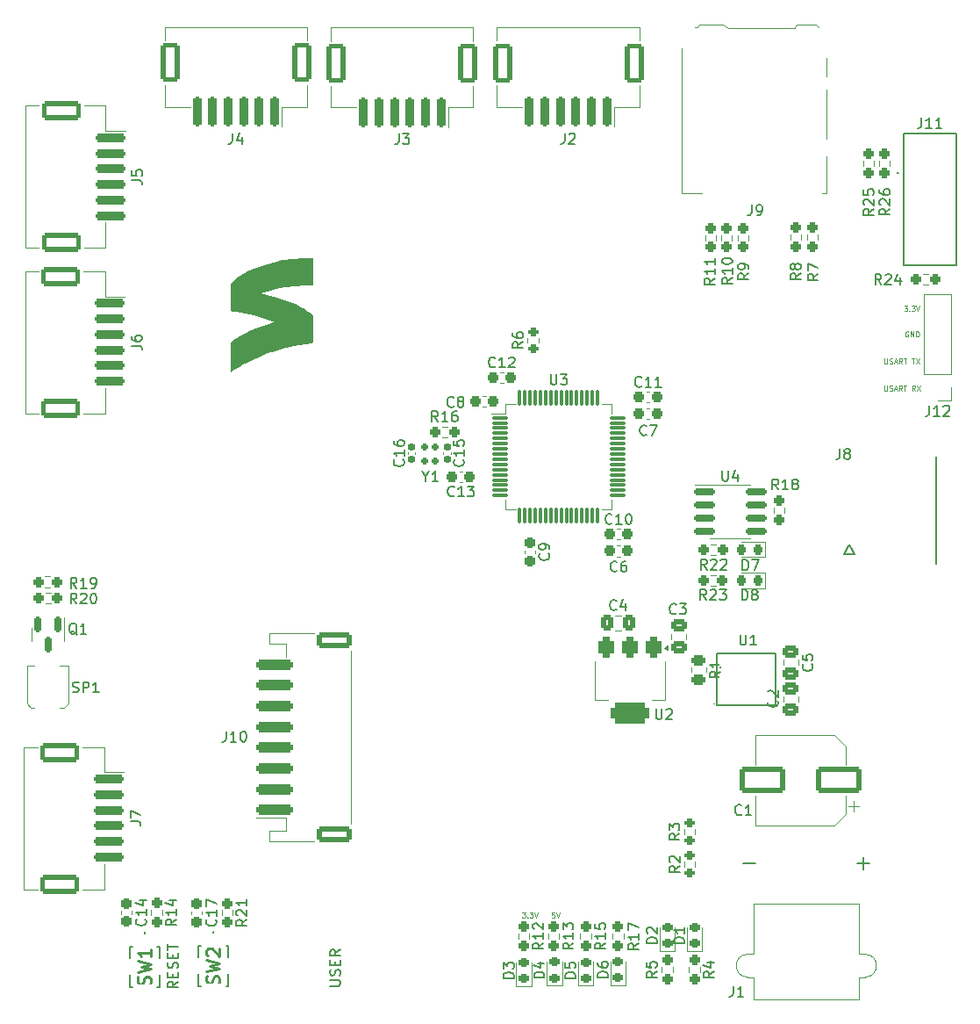
<source format=gto>
%TF.GenerationSoftware,KiCad,Pcbnew,8.0.4-8.0.4-0~ubuntu22.04.1*%
%TF.CreationDate,2024-08-14T22:53:29+09:00*%
%TF.ProjectId,main,6d61696e-2e6b-4696-9361-645f70636258,rev?*%
%TF.SameCoordinates,Original*%
%TF.FileFunction,Legend,Top*%
%TF.FilePolarity,Positive*%
%FSLAX46Y46*%
G04 Gerber Fmt 4.6, Leading zero omitted, Abs format (unit mm)*
G04 Created by KiCad (PCBNEW 8.0.4-8.0.4-0~ubuntu22.04.1) date 2024-08-14 22:53:29*
%MOMM*%
%LPD*%
G01*
G04 APERTURE LIST*
G04 Aperture macros list*
%AMRoundRect*
0 Rectangle with rounded corners*
0 $1 Rounding radius*
0 $2 $3 $4 $5 $6 $7 $8 $9 X,Y pos of 4 corners*
0 Add a 4 corners polygon primitive as box body*
4,1,4,$2,$3,$4,$5,$6,$7,$8,$9,$2,$3,0*
0 Add four circle primitives for the rounded corners*
1,1,$1+$1,$2,$3*
1,1,$1+$1,$4,$5*
1,1,$1+$1,$6,$7*
1,1,$1+$1,$8,$9*
0 Add four rect primitives between the rounded corners*
20,1,$1+$1,$2,$3,$4,$5,0*
20,1,$1+$1,$4,$5,$6,$7,0*
20,1,$1+$1,$6,$7,$8,$9,0*
20,1,$1+$1,$8,$9,$2,$3,0*%
G04 Aperture macros list end*
%ADD10C,0.100000*%
%ADD11C,0.150000*%
%ADD12C,0.254000*%
%ADD13C,0.120000*%
%ADD14C,0.200000*%
%ADD15C,0.000000*%
%ADD16C,0.127000*%
%ADD17C,0.375000*%
%ADD18RoundRect,0.218750X0.218750X0.256250X-0.218750X0.256250X-0.218750X-0.256250X0.218750X-0.256250X0*%
%ADD19RoundRect,0.237500X-0.300000X-0.237500X0.300000X-0.237500X0.300000X0.237500X-0.300000X0.237500X0*%
%ADD20RoundRect,0.250000X-0.450000X0.262500X-0.450000X-0.262500X0.450000X-0.262500X0.450000X0.262500X0*%
%ADD21RoundRect,0.237500X0.237500X-0.250000X0.237500X0.250000X-0.237500X0.250000X-0.237500X-0.250000X0*%
%ADD22R,1.600000X1.050000*%
%ADD23C,5.200000*%
%ADD24R,1.700000X1.700000*%
%ADD25O,1.700000X1.700000*%
%ADD26R,0.700000X1.200000*%
%ADD27R,1.000000X0.800000*%
%ADD28R,1.000000X1.200000*%
%ADD29R,1.000000X2.800000*%
%ADD30R,1.300000X1.900000*%
%ADD31RoundRect,0.237500X-0.237500X0.250000X-0.237500X-0.250000X0.237500X-0.250000X0.237500X0.250000X0*%
%ADD32C,3.800000*%
%ADD33RoundRect,0.237500X-0.250000X-0.237500X0.250000X-0.237500X0.250000X0.237500X-0.250000X0.237500X0*%
%ADD34RoundRect,0.237500X0.250000X0.237500X-0.250000X0.237500X-0.250000X-0.237500X0.250000X-0.237500X0*%
%ADD35RoundRect,0.200000X-1.250000X0.200000X-1.250000X-0.200000X1.250000X-0.200000X1.250000X0.200000X0*%
%ADD36RoundRect,0.250000X-1.650000X0.650000X-1.650000X-0.650000X1.650000X-0.650000X1.650000X0.650000X0*%
%ADD37RoundRect,0.218750X0.256250X-0.218750X0.256250X0.218750X-0.256250X0.218750X-0.256250X-0.218750X0*%
%ADD38R,2.400000X1.450000*%
%ADD39RoundRect,0.250000X-0.337500X-0.475000X0.337500X-0.475000X0.337500X0.475000X-0.337500X0.475000X0*%
%ADD40RoundRect,0.155000X0.155000X-0.212500X0.155000X0.212500X-0.155000X0.212500X-0.155000X-0.212500X0*%
%ADD41RoundRect,0.237500X-0.237500X0.300000X-0.237500X-0.300000X0.237500X-0.300000X0.237500X0.300000X0*%
%ADD42C,1.070000*%
%ADD43RoundRect,0.075000X-0.700000X-0.075000X0.700000X-0.075000X0.700000X0.075000X-0.700000X0.075000X0*%
%ADD44RoundRect,0.075000X-0.075000X-0.700000X0.075000X-0.700000X0.075000X0.700000X-0.075000X0.700000X0*%
%ADD45R,2.900000X0.800000*%
%ADD46R,3.800000X1.800000*%
%ADD47RoundRect,0.200000X0.275000X-0.200000X0.275000X0.200000X-0.275000X0.200000X-0.275000X-0.200000X0*%
%ADD48RoundRect,0.200000X0.200000X1.250000X-0.200000X1.250000X-0.200000X-1.250000X0.200000X-1.250000X0*%
%ADD49RoundRect,0.250000X0.650000X1.650000X-0.650000X1.650000X-0.650000X-1.650000X0.650000X-1.650000X0*%
%ADD50C,1.400000*%
%ADD51R,3.500000X3.500000*%
%ADD52C,3.500000*%
%ADD53RoundRect,0.250000X1.950000X1.000000X-1.950000X1.000000X-1.950000X-1.000000X1.950000X-1.000000X0*%
%ADD54RoundRect,0.375000X-0.375000X0.625000X-0.375000X-0.625000X0.375000X-0.625000X0.375000X0.625000X0*%
%ADD55RoundRect,0.500000X-1.400000X0.500000X-1.400000X-0.500000X1.400000X-0.500000X1.400000X0.500000X0*%
%ADD56RoundRect,0.175000X-0.175000X0.200000X-0.175000X-0.200000X0.175000X-0.200000X0.175000X0.200000X0*%
%ADD57RoundRect,0.155000X-0.155000X0.212500X-0.155000X-0.212500X0.155000X-0.212500X0.155000X0.212500X0*%
%ADD58RoundRect,0.250000X-0.475000X0.337500X-0.475000X-0.337500X0.475000X-0.337500X0.475000X0.337500X0*%
%ADD59RoundRect,0.150000X-0.150000X0.587500X-0.150000X-0.587500X0.150000X-0.587500X0.150000X0.587500X0*%
%ADD60RoundRect,0.237500X0.300000X0.237500X-0.300000X0.237500X-0.300000X-0.237500X0.300000X-0.237500X0*%
%ADD61RoundRect,0.250000X1.500000X-0.250000X1.500000X0.250000X-1.500000X0.250000X-1.500000X-0.250000X0*%
%ADD62RoundRect,0.250001X1.449999X-0.499999X1.449999X0.499999X-1.449999X0.499999X-1.449999X-0.499999X0*%
%ADD63RoundRect,0.250000X0.475000X-0.337500X0.475000X0.337500X-0.475000X0.337500X-0.475000X-0.337500X0*%
%ADD64RoundRect,0.150000X-0.825000X-0.150000X0.825000X-0.150000X0.825000X0.150000X-0.825000X0.150000X0*%
%ADD65R,0.700000X1.100000*%
%ADD66R,0.800000X1.100000*%
G04 APERTURE END LIST*
D10*
X143112931Y-134033609D02*
X142874836Y-134033609D01*
X142874836Y-134033609D02*
X142851027Y-134271704D01*
X142851027Y-134271704D02*
X142874836Y-134247895D01*
X142874836Y-134247895D02*
X142922455Y-134224085D01*
X142922455Y-134224085D02*
X143041503Y-134224085D01*
X143041503Y-134224085D02*
X143089122Y-134247895D01*
X143089122Y-134247895D02*
X143112931Y-134271704D01*
X143112931Y-134271704D02*
X143136741Y-134319323D01*
X143136741Y-134319323D02*
X143136741Y-134438371D01*
X143136741Y-134438371D02*
X143112931Y-134485990D01*
X143112931Y-134485990D02*
X143089122Y-134509800D01*
X143089122Y-134509800D02*
X143041503Y-134533609D01*
X143041503Y-134533609D02*
X142922455Y-134533609D01*
X142922455Y-134533609D02*
X142874836Y-134509800D01*
X142874836Y-134509800D02*
X142851027Y-134485990D01*
X143279598Y-134033609D02*
X143446264Y-134533609D01*
X143446264Y-134533609D02*
X143612931Y-134033609D01*
X174934836Y-83208609D02*
X174934836Y-83613371D01*
X174934836Y-83613371D02*
X174958646Y-83660990D01*
X174958646Y-83660990D02*
X174982455Y-83684800D01*
X174982455Y-83684800D02*
X175030074Y-83708609D01*
X175030074Y-83708609D02*
X175125312Y-83708609D01*
X175125312Y-83708609D02*
X175172931Y-83684800D01*
X175172931Y-83684800D02*
X175196741Y-83660990D01*
X175196741Y-83660990D02*
X175220550Y-83613371D01*
X175220550Y-83613371D02*
X175220550Y-83208609D01*
X175434837Y-83684800D02*
X175506265Y-83708609D01*
X175506265Y-83708609D02*
X175625313Y-83708609D01*
X175625313Y-83708609D02*
X175672932Y-83684800D01*
X175672932Y-83684800D02*
X175696741Y-83660990D01*
X175696741Y-83660990D02*
X175720551Y-83613371D01*
X175720551Y-83613371D02*
X175720551Y-83565752D01*
X175720551Y-83565752D02*
X175696741Y-83518133D01*
X175696741Y-83518133D02*
X175672932Y-83494323D01*
X175672932Y-83494323D02*
X175625313Y-83470514D01*
X175625313Y-83470514D02*
X175530075Y-83446704D01*
X175530075Y-83446704D02*
X175482456Y-83422895D01*
X175482456Y-83422895D02*
X175458646Y-83399085D01*
X175458646Y-83399085D02*
X175434837Y-83351466D01*
X175434837Y-83351466D02*
X175434837Y-83303847D01*
X175434837Y-83303847D02*
X175458646Y-83256228D01*
X175458646Y-83256228D02*
X175482456Y-83232419D01*
X175482456Y-83232419D02*
X175530075Y-83208609D01*
X175530075Y-83208609D02*
X175649122Y-83208609D01*
X175649122Y-83208609D02*
X175720551Y-83232419D01*
X175911027Y-83565752D02*
X176149122Y-83565752D01*
X175863408Y-83708609D02*
X176030074Y-83208609D01*
X176030074Y-83208609D02*
X176196741Y-83708609D01*
X176649121Y-83708609D02*
X176482455Y-83470514D01*
X176363407Y-83708609D02*
X176363407Y-83208609D01*
X176363407Y-83208609D02*
X176553883Y-83208609D01*
X176553883Y-83208609D02*
X176601502Y-83232419D01*
X176601502Y-83232419D02*
X176625312Y-83256228D01*
X176625312Y-83256228D02*
X176649121Y-83303847D01*
X176649121Y-83303847D02*
X176649121Y-83375276D01*
X176649121Y-83375276D02*
X176625312Y-83422895D01*
X176625312Y-83422895D02*
X176601502Y-83446704D01*
X176601502Y-83446704D02*
X176553883Y-83470514D01*
X176553883Y-83470514D02*
X176363407Y-83470514D01*
X176791979Y-83208609D02*
X177077693Y-83208609D01*
X176934836Y-83708609D02*
X176934836Y-83208609D01*
X177911025Y-83708609D02*
X177744359Y-83470514D01*
X177625311Y-83708609D02*
X177625311Y-83208609D01*
X177625311Y-83208609D02*
X177815787Y-83208609D01*
X177815787Y-83208609D02*
X177863406Y-83232419D01*
X177863406Y-83232419D02*
X177887216Y-83256228D01*
X177887216Y-83256228D02*
X177911025Y-83303847D01*
X177911025Y-83303847D02*
X177911025Y-83375276D01*
X177911025Y-83375276D02*
X177887216Y-83422895D01*
X177887216Y-83422895D02*
X177863406Y-83446704D01*
X177863406Y-83446704D02*
X177815787Y-83470514D01*
X177815787Y-83470514D02*
X177625311Y-83470514D01*
X178077692Y-83208609D02*
X178411025Y-83708609D01*
X178411025Y-83208609D02*
X178077692Y-83708609D01*
X174959836Y-80608609D02*
X174959836Y-81013371D01*
X174959836Y-81013371D02*
X174983646Y-81060990D01*
X174983646Y-81060990D02*
X175007455Y-81084800D01*
X175007455Y-81084800D02*
X175055074Y-81108609D01*
X175055074Y-81108609D02*
X175150312Y-81108609D01*
X175150312Y-81108609D02*
X175197931Y-81084800D01*
X175197931Y-81084800D02*
X175221741Y-81060990D01*
X175221741Y-81060990D02*
X175245550Y-81013371D01*
X175245550Y-81013371D02*
X175245550Y-80608609D01*
X175459837Y-81084800D02*
X175531265Y-81108609D01*
X175531265Y-81108609D02*
X175650313Y-81108609D01*
X175650313Y-81108609D02*
X175697932Y-81084800D01*
X175697932Y-81084800D02*
X175721741Y-81060990D01*
X175721741Y-81060990D02*
X175745551Y-81013371D01*
X175745551Y-81013371D02*
X175745551Y-80965752D01*
X175745551Y-80965752D02*
X175721741Y-80918133D01*
X175721741Y-80918133D02*
X175697932Y-80894323D01*
X175697932Y-80894323D02*
X175650313Y-80870514D01*
X175650313Y-80870514D02*
X175555075Y-80846704D01*
X175555075Y-80846704D02*
X175507456Y-80822895D01*
X175507456Y-80822895D02*
X175483646Y-80799085D01*
X175483646Y-80799085D02*
X175459837Y-80751466D01*
X175459837Y-80751466D02*
X175459837Y-80703847D01*
X175459837Y-80703847D02*
X175483646Y-80656228D01*
X175483646Y-80656228D02*
X175507456Y-80632419D01*
X175507456Y-80632419D02*
X175555075Y-80608609D01*
X175555075Y-80608609D02*
X175674122Y-80608609D01*
X175674122Y-80608609D02*
X175745551Y-80632419D01*
X175936027Y-80965752D02*
X176174122Y-80965752D01*
X175888408Y-81108609D02*
X176055074Y-80608609D01*
X176055074Y-80608609D02*
X176221741Y-81108609D01*
X176674121Y-81108609D02*
X176507455Y-80870514D01*
X176388407Y-81108609D02*
X176388407Y-80608609D01*
X176388407Y-80608609D02*
X176578883Y-80608609D01*
X176578883Y-80608609D02*
X176626502Y-80632419D01*
X176626502Y-80632419D02*
X176650312Y-80656228D01*
X176650312Y-80656228D02*
X176674121Y-80703847D01*
X176674121Y-80703847D02*
X176674121Y-80775276D01*
X176674121Y-80775276D02*
X176650312Y-80822895D01*
X176650312Y-80822895D02*
X176626502Y-80846704D01*
X176626502Y-80846704D02*
X176578883Y-80870514D01*
X176578883Y-80870514D02*
X176388407Y-80870514D01*
X176816979Y-80608609D02*
X177102693Y-80608609D01*
X176959836Y-81108609D02*
X176959836Y-80608609D01*
X177578883Y-80608609D02*
X177864597Y-80608609D01*
X177721740Y-81108609D02*
X177721740Y-80608609D01*
X177983644Y-80608609D02*
X178316977Y-81108609D01*
X178316977Y-80608609D02*
X177983644Y-81108609D01*
X176862217Y-75533609D02*
X177171741Y-75533609D01*
X177171741Y-75533609D02*
X177005074Y-75724085D01*
X177005074Y-75724085D02*
X177076503Y-75724085D01*
X177076503Y-75724085D02*
X177124122Y-75747895D01*
X177124122Y-75747895D02*
X177147931Y-75771704D01*
X177147931Y-75771704D02*
X177171741Y-75819323D01*
X177171741Y-75819323D02*
X177171741Y-75938371D01*
X177171741Y-75938371D02*
X177147931Y-75985990D01*
X177147931Y-75985990D02*
X177124122Y-76009800D01*
X177124122Y-76009800D02*
X177076503Y-76033609D01*
X177076503Y-76033609D02*
X176933646Y-76033609D01*
X176933646Y-76033609D02*
X176886027Y-76009800D01*
X176886027Y-76009800D02*
X176862217Y-75985990D01*
X177386026Y-75985990D02*
X177409836Y-76009800D01*
X177409836Y-76009800D02*
X177386026Y-76033609D01*
X177386026Y-76033609D02*
X177362217Y-76009800D01*
X177362217Y-76009800D02*
X177386026Y-75985990D01*
X177386026Y-75985990D02*
X177386026Y-76033609D01*
X177576502Y-75533609D02*
X177886026Y-75533609D01*
X177886026Y-75533609D02*
X177719359Y-75724085D01*
X177719359Y-75724085D02*
X177790788Y-75724085D01*
X177790788Y-75724085D02*
X177838407Y-75747895D01*
X177838407Y-75747895D02*
X177862216Y-75771704D01*
X177862216Y-75771704D02*
X177886026Y-75819323D01*
X177886026Y-75819323D02*
X177886026Y-75938371D01*
X177886026Y-75938371D02*
X177862216Y-75985990D01*
X177862216Y-75985990D02*
X177838407Y-76009800D01*
X177838407Y-76009800D02*
X177790788Y-76033609D01*
X177790788Y-76033609D02*
X177647931Y-76033609D01*
X177647931Y-76033609D02*
X177600312Y-76009800D01*
X177600312Y-76009800D02*
X177576502Y-75985990D01*
X178028883Y-75533609D02*
X178195549Y-76033609D01*
X178195549Y-76033609D02*
X178362216Y-75533609D01*
X177246741Y-78032419D02*
X177199122Y-78008609D01*
X177199122Y-78008609D02*
X177127693Y-78008609D01*
X177127693Y-78008609D02*
X177056265Y-78032419D01*
X177056265Y-78032419D02*
X177008646Y-78080038D01*
X177008646Y-78080038D02*
X176984836Y-78127657D01*
X176984836Y-78127657D02*
X176961027Y-78222895D01*
X176961027Y-78222895D02*
X176961027Y-78294323D01*
X176961027Y-78294323D02*
X176984836Y-78389561D01*
X176984836Y-78389561D02*
X177008646Y-78437180D01*
X177008646Y-78437180D02*
X177056265Y-78484800D01*
X177056265Y-78484800D02*
X177127693Y-78508609D01*
X177127693Y-78508609D02*
X177175312Y-78508609D01*
X177175312Y-78508609D02*
X177246741Y-78484800D01*
X177246741Y-78484800D02*
X177270550Y-78460990D01*
X177270550Y-78460990D02*
X177270550Y-78294323D01*
X177270550Y-78294323D02*
X177175312Y-78294323D01*
X177484836Y-78508609D02*
X177484836Y-78008609D01*
X177484836Y-78008609D02*
X177770550Y-78508609D01*
X177770550Y-78508609D02*
X177770550Y-78008609D01*
X178008646Y-78508609D02*
X178008646Y-78008609D01*
X178008646Y-78008609D02*
X178127694Y-78008609D01*
X178127694Y-78008609D02*
X178199122Y-78032419D01*
X178199122Y-78032419D02*
X178246741Y-78080038D01*
X178246741Y-78080038D02*
X178270551Y-78127657D01*
X178270551Y-78127657D02*
X178294360Y-78222895D01*
X178294360Y-78222895D02*
X178294360Y-78294323D01*
X178294360Y-78294323D02*
X178270551Y-78389561D01*
X178270551Y-78389561D02*
X178246741Y-78437180D01*
X178246741Y-78437180D02*
X178199122Y-78484800D01*
X178199122Y-78484800D02*
X178127694Y-78508609D01*
X178127694Y-78508609D02*
X178008646Y-78508609D01*
D11*
X106779819Y-140671792D02*
X106303628Y-141005125D01*
X106779819Y-141243220D02*
X105779819Y-141243220D01*
X105779819Y-141243220D02*
X105779819Y-140862268D01*
X105779819Y-140862268D02*
X105827438Y-140767030D01*
X105827438Y-140767030D02*
X105875057Y-140719411D01*
X105875057Y-140719411D02*
X105970295Y-140671792D01*
X105970295Y-140671792D02*
X106113152Y-140671792D01*
X106113152Y-140671792D02*
X106208390Y-140719411D01*
X106208390Y-140719411D02*
X106256009Y-140767030D01*
X106256009Y-140767030D02*
X106303628Y-140862268D01*
X106303628Y-140862268D02*
X106303628Y-141243220D01*
X106256009Y-140243220D02*
X106256009Y-139909887D01*
X106779819Y-139767030D02*
X106779819Y-140243220D01*
X106779819Y-140243220D02*
X105779819Y-140243220D01*
X105779819Y-140243220D02*
X105779819Y-139767030D01*
X106732200Y-139386077D02*
X106779819Y-139243220D01*
X106779819Y-139243220D02*
X106779819Y-139005125D01*
X106779819Y-139005125D02*
X106732200Y-138909887D01*
X106732200Y-138909887D02*
X106684580Y-138862268D01*
X106684580Y-138862268D02*
X106589342Y-138814649D01*
X106589342Y-138814649D02*
X106494104Y-138814649D01*
X106494104Y-138814649D02*
X106398866Y-138862268D01*
X106398866Y-138862268D02*
X106351247Y-138909887D01*
X106351247Y-138909887D02*
X106303628Y-139005125D01*
X106303628Y-139005125D02*
X106256009Y-139195601D01*
X106256009Y-139195601D02*
X106208390Y-139290839D01*
X106208390Y-139290839D02*
X106160771Y-139338458D01*
X106160771Y-139338458D02*
X106065533Y-139386077D01*
X106065533Y-139386077D02*
X105970295Y-139386077D01*
X105970295Y-139386077D02*
X105875057Y-139338458D01*
X105875057Y-139338458D02*
X105827438Y-139290839D01*
X105827438Y-139290839D02*
X105779819Y-139195601D01*
X105779819Y-139195601D02*
X105779819Y-138957506D01*
X105779819Y-138957506D02*
X105827438Y-138814649D01*
X106256009Y-138386077D02*
X106256009Y-138052744D01*
X106779819Y-137909887D02*
X106779819Y-138386077D01*
X106779819Y-138386077D02*
X105779819Y-138386077D01*
X105779819Y-138386077D02*
X105779819Y-137909887D01*
X105779819Y-137624172D02*
X105779819Y-137052744D01*
X106779819Y-137338458D02*
X105779819Y-137338458D01*
D10*
X139997217Y-134013609D02*
X140306741Y-134013609D01*
X140306741Y-134013609D02*
X140140074Y-134204085D01*
X140140074Y-134204085D02*
X140211503Y-134204085D01*
X140211503Y-134204085D02*
X140259122Y-134227895D01*
X140259122Y-134227895D02*
X140282931Y-134251704D01*
X140282931Y-134251704D02*
X140306741Y-134299323D01*
X140306741Y-134299323D02*
X140306741Y-134418371D01*
X140306741Y-134418371D02*
X140282931Y-134465990D01*
X140282931Y-134465990D02*
X140259122Y-134489800D01*
X140259122Y-134489800D02*
X140211503Y-134513609D01*
X140211503Y-134513609D02*
X140068646Y-134513609D01*
X140068646Y-134513609D02*
X140021027Y-134489800D01*
X140021027Y-134489800D02*
X139997217Y-134465990D01*
X140521026Y-134465990D02*
X140544836Y-134489800D01*
X140544836Y-134489800D02*
X140521026Y-134513609D01*
X140521026Y-134513609D02*
X140497217Y-134489800D01*
X140497217Y-134489800D02*
X140521026Y-134465990D01*
X140521026Y-134465990D02*
X140521026Y-134513609D01*
X140711502Y-134013609D02*
X141021026Y-134013609D01*
X141021026Y-134013609D02*
X140854359Y-134204085D01*
X140854359Y-134204085D02*
X140925788Y-134204085D01*
X140925788Y-134204085D02*
X140973407Y-134227895D01*
X140973407Y-134227895D02*
X140997216Y-134251704D01*
X140997216Y-134251704D02*
X141021026Y-134299323D01*
X141021026Y-134299323D02*
X141021026Y-134418371D01*
X141021026Y-134418371D02*
X140997216Y-134465990D01*
X140997216Y-134465990D02*
X140973407Y-134489800D01*
X140973407Y-134489800D02*
X140925788Y-134513609D01*
X140925788Y-134513609D02*
X140782931Y-134513609D01*
X140782931Y-134513609D02*
X140735312Y-134489800D01*
X140735312Y-134489800D02*
X140711502Y-134465990D01*
X141163883Y-134013609D02*
X141330549Y-134513609D01*
X141330549Y-134513609D02*
X141497216Y-134013609D01*
D11*
X121444819Y-141088220D02*
X122254342Y-141088220D01*
X122254342Y-141088220D02*
X122349580Y-141040601D01*
X122349580Y-141040601D02*
X122397200Y-140992982D01*
X122397200Y-140992982D02*
X122444819Y-140897744D01*
X122444819Y-140897744D02*
X122444819Y-140707268D01*
X122444819Y-140707268D02*
X122397200Y-140612030D01*
X122397200Y-140612030D02*
X122349580Y-140564411D01*
X122349580Y-140564411D02*
X122254342Y-140516792D01*
X122254342Y-140516792D02*
X121444819Y-140516792D01*
X122397200Y-140088220D02*
X122444819Y-139945363D01*
X122444819Y-139945363D02*
X122444819Y-139707268D01*
X122444819Y-139707268D02*
X122397200Y-139612030D01*
X122397200Y-139612030D02*
X122349580Y-139564411D01*
X122349580Y-139564411D02*
X122254342Y-139516792D01*
X122254342Y-139516792D02*
X122159104Y-139516792D01*
X122159104Y-139516792D02*
X122063866Y-139564411D01*
X122063866Y-139564411D02*
X122016247Y-139612030D01*
X122016247Y-139612030D02*
X121968628Y-139707268D01*
X121968628Y-139707268D02*
X121921009Y-139897744D01*
X121921009Y-139897744D02*
X121873390Y-139992982D01*
X121873390Y-139992982D02*
X121825771Y-140040601D01*
X121825771Y-140040601D02*
X121730533Y-140088220D01*
X121730533Y-140088220D02*
X121635295Y-140088220D01*
X121635295Y-140088220D02*
X121540057Y-140040601D01*
X121540057Y-140040601D02*
X121492438Y-139992982D01*
X121492438Y-139992982D02*
X121444819Y-139897744D01*
X121444819Y-139897744D02*
X121444819Y-139659649D01*
X121444819Y-139659649D02*
X121492438Y-139516792D01*
X121921009Y-139088220D02*
X121921009Y-138754887D01*
X122444819Y-138612030D02*
X122444819Y-139088220D01*
X122444819Y-139088220D02*
X121444819Y-139088220D01*
X121444819Y-139088220D02*
X121444819Y-138612030D01*
X122444819Y-137612030D02*
X121968628Y-137945363D01*
X122444819Y-138183458D02*
X121444819Y-138183458D01*
X121444819Y-138183458D02*
X121444819Y-137802506D01*
X121444819Y-137802506D02*
X121492438Y-137707268D01*
X121492438Y-137707268D02*
X121540057Y-137659649D01*
X121540057Y-137659649D02*
X121635295Y-137612030D01*
X121635295Y-137612030D02*
X121778152Y-137612030D01*
X121778152Y-137612030D02*
X121873390Y-137659649D01*
X121873390Y-137659649D02*
X121921009Y-137707268D01*
X121921009Y-137707268D02*
X121968628Y-137802506D01*
X121968628Y-137802506D02*
X121968628Y-138183458D01*
X161268405Y-101021219D02*
X161268405Y-100021219D01*
X161268405Y-100021219D02*
X161506500Y-100021219D01*
X161506500Y-100021219D02*
X161649357Y-100068838D01*
X161649357Y-100068838D02*
X161744595Y-100164076D01*
X161744595Y-100164076D02*
X161792214Y-100259314D01*
X161792214Y-100259314D02*
X161839833Y-100449790D01*
X161839833Y-100449790D02*
X161839833Y-100592647D01*
X161839833Y-100592647D02*
X161792214Y-100783123D01*
X161792214Y-100783123D02*
X161744595Y-100878361D01*
X161744595Y-100878361D02*
X161649357Y-100973600D01*
X161649357Y-100973600D02*
X161506500Y-101021219D01*
X161506500Y-101021219D02*
X161268405Y-101021219D01*
X162173167Y-100021219D02*
X162839833Y-100021219D01*
X162839833Y-100021219D02*
X162411262Y-101021219D01*
X137380742Y-81377980D02*
X137333123Y-81425600D01*
X137333123Y-81425600D02*
X137190266Y-81473219D01*
X137190266Y-81473219D02*
X137095028Y-81473219D01*
X137095028Y-81473219D02*
X136952171Y-81425600D01*
X136952171Y-81425600D02*
X136856933Y-81330361D01*
X136856933Y-81330361D02*
X136809314Y-81235123D01*
X136809314Y-81235123D02*
X136761695Y-81044647D01*
X136761695Y-81044647D02*
X136761695Y-80901790D01*
X136761695Y-80901790D02*
X136809314Y-80711314D01*
X136809314Y-80711314D02*
X136856933Y-80616076D01*
X136856933Y-80616076D02*
X136952171Y-80520838D01*
X136952171Y-80520838D02*
X137095028Y-80473219D01*
X137095028Y-80473219D02*
X137190266Y-80473219D01*
X137190266Y-80473219D02*
X137333123Y-80520838D01*
X137333123Y-80520838D02*
X137380742Y-80568457D01*
X138333123Y-81473219D02*
X137761695Y-81473219D01*
X138047409Y-81473219D02*
X138047409Y-80473219D01*
X138047409Y-80473219D02*
X137952171Y-80616076D01*
X137952171Y-80616076D02*
X137856933Y-80711314D01*
X137856933Y-80711314D02*
X137761695Y-80758933D01*
X138714076Y-80568457D02*
X138761695Y-80520838D01*
X138761695Y-80520838D02*
X138856933Y-80473219D01*
X138856933Y-80473219D02*
X139095028Y-80473219D01*
X139095028Y-80473219D02*
X139190266Y-80520838D01*
X139190266Y-80520838D02*
X139237885Y-80568457D01*
X139237885Y-80568457D02*
X139285504Y-80663695D01*
X139285504Y-80663695D02*
X139285504Y-80758933D01*
X139285504Y-80758933D02*
X139237885Y-80901790D01*
X139237885Y-80901790D02*
X138666457Y-81473219D01*
X138666457Y-81473219D02*
X139285504Y-81473219D01*
X159122719Y-110795466D02*
X158646528Y-111128799D01*
X159122719Y-111366894D02*
X158122719Y-111366894D01*
X158122719Y-111366894D02*
X158122719Y-110985942D01*
X158122719Y-110985942D02*
X158170338Y-110890704D01*
X158170338Y-110890704D02*
X158217957Y-110843085D01*
X158217957Y-110843085D02*
X158313195Y-110795466D01*
X158313195Y-110795466D02*
X158456052Y-110795466D01*
X158456052Y-110795466D02*
X158551290Y-110843085D01*
X158551290Y-110843085D02*
X158598909Y-110890704D01*
X158598909Y-110890704D02*
X158646528Y-110985942D01*
X158646528Y-110985942D02*
X158646528Y-111366894D01*
X159122719Y-109843085D02*
X159122719Y-110414513D01*
X159122719Y-110128799D02*
X158122719Y-110128799D01*
X158122719Y-110128799D02*
X158265576Y-110224037D01*
X158265576Y-110224037D02*
X158360814Y-110319275D01*
X158360814Y-110319275D02*
X158408433Y-110414513D01*
X160262419Y-72831057D02*
X159786228Y-73164390D01*
X160262419Y-73402485D02*
X159262419Y-73402485D01*
X159262419Y-73402485D02*
X159262419Y-73021533D01*
X159262419Y-73021533D02*
X159310038Y-72926295D01*
X159310038Y-72926295D02*
X159357657Y-72878676D01*
X159357657Y-72878676D02*
X159452895Y-72831057D01*
X159452895Y-72831057D02*
X159595752Y-72831057D01*
X159595752Y-72831057D02*
X159690990Y-72878676D01*
X159690990Y-72878676D02*
X159738609Y-72926295D01*
X159738609Y-72926295D02*
X159786228Y-73021533D01*
X159786228Y-73021533D02*
X159786228Y-73402485D01*
X160262419Y-71878676D02*
X160262419Y-72450104D01*
X160262419Y-72164390D02*
X159262419Y-72164390D01*
X159262419Y-72164390D02*
X159405276Y-72259628D01*
X159405276Y-72259628D02*
X159500514Y-72354866D01*
X159500514Y-72354866D02*
X159548133Y-72450104D01*
X159262419Y-71259628D02*
X159262419Y-71164390D01*
X159262419Y-71164390D02*
X159310038Y-71069152D01*
X159310038Y-71069152D02*
X159357657Y-71021533D01*
X159357657Y-71021533D02*
X159452895Y-70973914D01*
X159452895Y-70973914D02*
X159643371Y-70926295D01*
X159643371Y-70926295D02*
X159881466Y-70926295D01*
X159881466Y-70926295D02*
X160071942Y-70973914D01*
X160071942Y-70973914D02*
X160167180Y-71021533D01*
X160167180Y-71021533D02*
X160214800Y-71069152D01*
X160214800Y-71069152D02*
X160262419Y-71164390D01*
X160262419Y-71164390D02*
X160262419Y-71259628D01*
X160262419Y-71259628D02*
X160214800Y-71354866D01*
X160214800Y-71354866D02*
X160167180Y-71402485D01*
X160167180Y-71402485D02*
X160071942Y-71450104D01*
X160071942Y-71450104D02*
X159881466Y-71497723D01*
X159881466Y-71497723D02*
X159643371Y-71497723D01*
X159643371Y-71497723D02*
X159452895Y-71450104D01*
X159452895Y-71450104D02*
X159357657Y-71402485D01*
X159357657Y-71402485D02*
X159310038Y-71354866D01*
X159310038Y-71354866D02*
X159262419Y-71259628D01*
D12*
X110723842Y-140848333D02*
X110784318Y-140666904D01*
X110784318Y-140666904D02*
X110784318Y-140364523D01*
X110784318Y-140364523D02*
X110723842Y-140243571D01*
X110723842Y-140243571D02*
X110663365Y-140183095D01*
X110663365Y-140183095D02*
X110542413Y-140122618D01*
X110542413Y-140122618D02*
X110421461Y-140122618D01*
X110421461Y-140122618D02*
X110300508Y-140183095D01*
X110300508Y-140183095D02*
X110240032Y-140243571D01*
X110240032Y-140243571D02*
X110179556Y-140364523D01*
X110179556Y-140364523D02*
X110119080Y-140606428D01*
X110119080Y-140606428D02*
X110058603Y-140727380D01*
X110058603Y-140727380D02*
X109998127Y-140787857D01*
X109998127Y-140787857D02*
X109877175Y-140848333D01*
X109877175Y-140848333D02*
X109756222Y-140848333D01*
X109756222Y-140848333D02*
X109635270Y-140787857D01*
X109635270Y-140787857D02*
X109574794Y-140727380D01*
X109574794Y-140727380D02*
X109514318Y-140606428D01*
X109514318Y-140606428D02*
X109514318Y-140304047D01*
X109514318Y-140304047D02*
X109574794Y-140122618D01*
X109514318Y-139699285D02*
X110784318Y-139396904D01*
X110784318Y-139396904D02*
X109877175Y-139154999D01*
X109877175Y-139154999D02*
X110784318Y-138913094D01*
X110784318Y-138913094D02*
X109514318Y-138610714D01*
X109635270Y-138187380D02*
X109574794Y-138126904D01*
X109574794Y-138126904D02*
X109514318Y-138005951D01*
X109514318Y-138005951D02*
X109514318Y-137703570D01*
X109514318Y-137703570D02*
X109574794Y-137582618D01*
X109574794Y-137582618D02*
X109635270Y-137522142D01*
X109635270Y-137522142D02*
X109756222Y-137461665D01*
X109756222Y-137461665D02*
X109877175Y-137461665D01*
X109877175Y-137461665D02*
X110058603Y-137522142D01*
X110058603Y-137522142D02*
X110784318Y-138247856D01*
X110784318Y-138247856D02*
X110784318Y-137461665D01*
D11*
X179276476Y-85140019D02*
X179276476Y-85854304D01*
X179276476Y-85854304D02*
X179228857Y-85997161D01*
X179228857Y-85997161D02*
X179133619Y-86092400D01*
X179133619Y-86092400D02*
X178990762Y-86140019D01*
X178990762Y-86140019D02*
X178895524Y-86140019D01*
X180276476Y-86140019D02*
X179705048Y-86140019D01*
X179990762Y-86140019D02*
X179990762Y-85140019D01*
X179990762Y-85140019D02*
X179895524Y-85282876D01*
X179895524Y-85282876D02*
X179800286Y-85378114D01*
X179800286Y-85378114D02*
X179705048Y-85425733D01*
X180657429Y-85235257D02*
X180705048Y-85187638D01*
X180705048Y-85187638D02*
X180800286Y-85140019D01*
X180800286Y-85140019D02*
X181038381Y-85140019D01*
X181038381Y-85140019D02*
X181133619Y-85187638D01*
X181133619Y-85187638D02*
X181181238Y-85235257D01*
X181181238Y-85235257D02*
X181228857Y-85330495D01*
X181228857Y-85330495D02*
X181228857Y-85425733D01*
X181228857Y-85425733D02*
X181181238Y-85568590D01*
X181181238Y-85568590D02*
X180609810Y-86140019D01*
X180609810Y-86140019D02*
X181228857Y-86140019D01*
X162156666Y-65804819D02*
X162156666Y-66519104D01*
X162156666Y-66519104D02*
X162109047Y-66661961D01*
X162109047Y-66661961D02*
X162013809Y-66757200D01*
X162013809Y-66757200D02*
X161870952Y-66804819D01*
X161870952Y-66804819D02*
X161775714Y-66804819D01*
X162680476Y-66804819D02*
X162870952Y-66804819D01*
X162870952Y-66804819D02*
X162966190Y-66757200D01*
X162966190Y-66757200D02*
X163013809Y-66709580D01*
X163013809Y-66709580D02*
X163109047Y-66566723D01*
X163109047Y-66566723D02*
X163156666Y-66376247D01*
X163156666Y-66376247D02*
X163156666Y-65995295D01*
X163156666Y-65995295D02*
X163109047Y-65900057D01*
X163109047Y-65900057D02*
X163061428Y-65852438D01*
X163061428Y-65852438D02*
X162966190Y-65804819D01*
X162966190Y-65804819D02*
X162775714Y-65804819D01*
X162775714Y-65804819D02*
X162680476Y-65852438D01*
X162680476Y-65852438D02*
X162632857Y-65900057D01*
X162632857Y-65900057D02*
X162585238Y-65995295D01*
X162585238Y-65995295D02*
X162585238Y-66233390D01*
X162585238Y-66233390D02*
X162632857Y-66328628D01*
X162632857Y-66328628D02*
X162680476Y-66376247D01*
X162680476Y-66376247D02*
X162775714Y-66423866D01*
X162775714Y-66423866D02*
X162966190Y-66423866D01*
X162966190Y-66423866D02*
X163061428Y-66376247D01*
X163061428Y-66376247D02*
X163109047Y-66328628D01*
X163109047Y-66328628D02*
X163156666Y-66233390D01*
X152981619Y-139709366D02*
X152505428Y-140042699D01*
X152981619Y-140280794D02*
X151981619Y-140280794D01*
X151981619Y-140280794D02*
X151981619Y-139899842D01*
X151981619Y-139899842D02*
X152029238Y-139804604D01*
X152029238Y-139804604D02*
X152076857Y-139756985D01*
X152076857Y-139756985D02*
X152172095Y-139709366D01*
X152172095Y-139709366D02*
X152314952Y-139709366D01*
X152314952Y-139709366D02*
X152410190Y-139756985D01*
X152410190Y-139756985D02*
X152457809Y-139804604D01*
X152457809Y-139804604D02*
X152505428Y-139899842D01*
X152505428Y-139899842D02*
X152505428Y-140280794D01*
X151981619Y-138804604D02*
X151981619Y-139280794D01*
X151981619Y-139280794D02*
X152457809Y-139328413D01*
X152457809Y-139328413D02*
X152410190Y-139280794D01*
X152410190Y-139280794D02*
X152362571Y-139185556D01*
X152362571Y-139185556D02*
X152362571Y-138947461D01*
X152362571Y-138947461D02*
X152410190Y-138852223D01*
X152410190Y-138852223D02*
X152457809Y-138804604D01*
X152457809Y-138804604D02*
X152553047Y-138756985D01*
X152553047Y-138756985D02*
X152791142Y-138756985D01*
X152791142Y-138756985D02*
X152886380Y-138804604D01*
X152886380Y-138804604D02*
X152934000Y-138852223D01*
X152934000Y-138852223D02*
X152981619Y-138947461D01*
X152981619Y-138947461D02*
X152981619Y-139185556D01*
X152981619Y-139185556D02*
X152934000Y-139280794D01*
X152934000Y-139280794D02*
X152886380Y-139328413D01*
X174649542Y-73480619D02*
X174316209Y-73004428D01*
X174078114Y-73480619D02*
X174078114Y-72480619D01*
X174078114Y-72480619D02*
X174459066Y-72480619D01*
X174459066Y-72480619D02*
X174554304Y-72528238D01*
X174554304Y-72528238D02*
X174601923Y-72575857D01*
X174601923Y-72575857D02*
X174649542Y-72671095D01*
X174649542Y-72671095D02*
X174649542Y-72813952D01*
X174649542Y-72813952D02*
X174601923Y-72909190D01*
X174601923Y-72909190D02*
X174554304Y-72956809D01*
X174554304Y-72956809D02*
X174459066Y-73004428D01*
X174459066Y-73004428D02*
X174078114Y-73004428D01*
X175030495Y-72575857D02*
X175078114Y-72528238D01*
X175078114Y-72528238D02*
X175173352Y-72480619D01*
X175173352Y-72480619D02*
X175411447Y-72480619D01*
X175411447Y-72480619D02*
X175506685Y-72528238D01*
X175506685Y-72528238D02*
X175554304Y-72575857D01*
X175554304Y-72575857D02*
X175601923Y-72671095D01*
X175601923Y-72671095D02*
X175601923Y-72766333D01*
X175601923Y-72766333D02*
X175554304Y-72909190D01*
X175554304Y-72909190D02*
X174982876Y-73480619D01*
X174982876Y-73480619D02*
X175601923Y-73480619D01*
X176459066Y-72813952D02*
X176459066Y-73480619D01*
X176220971Y-72433000D02*
X175982876Y-73147285D01*
X175982876Y-73147285D02*
X176601923Y-73147285D01*
X131869642Y-86681619D02*
X131536309Y-86205428D01*
X131298214Y-86681619D02*
X131298214Y-85681619D01*
X131298214Y-85681619D02*
X131679166Y-85681619D01*
X131679166Y-85681619D02*
X131774404Y-85729238D01*
X131774404Y-85729238D02*
X131822023Y-85776857D01*
X131822023Y-85776857D02*
X131869642Y-85872095D01*
X131869642Y-85872095D02*
X131869642Y-86014952D01*
X131869642Y-86014952D02*
X131822023Y-86110190D01*
X131822023Y-86110190D02*
X131774404Y-86157809D01*
X131774404Y-86157809D02*
X131679166Y-86205428D01*
X131679166Y-86205428D02*
X131298214Y-86205428D01*
X132822023Y-86681619D02*
X132250595Y-86681619D01*
X132536309Y-86681619D02*
X132536309Y-85681619D01*
X132536309Y-85681619D02*
X132441071Y-85824476D01*
X132441071Y-85824476D02*
X132345833Y-85919714D01*
X132345833Y-85919714D02*
X132250595Y-85967333D01*
X133679166Y-85681619D02*
X133488690Y-85681619D01*
X133488690Y-85681619D02*
X133393452Y-85729238D01*
X133393452Y-85729238D02*
X133345833Y-85776857D01*
X133345833Y-85776857D02*
X133250595Y-85919714D01*
X133250595Y-85919714D02*
X133202976Y-86110190D01*
X133202976Y-86110190D02*
X133202976Y-86491142D01*
X133202976Y-86491142D02*
X133250595Y-86586380D01*
X133250595Y-86586380D02*
X133298214Y-86634000D01*
X133298214Y-86634000D02*
X133393452Y-86681619D01*
X133393452Y-86681619D02*
X133583928Y-86681619D01*
X133583928Y-86681619D02*
X133679166Y-86634000D01*
X133679166Y-86634000D02*
X133726785Y-86586380D01*
X133726785Y-86586380D02*
X133774404Y-86491142D01*
X133774404Y-86491142D02*
X133774404Y-86253047D01*
X133774404Y-86253047D02*
X133726785Y-86157809D01*
X133726785Y-86157809D02*
X133679166Y-86110190D01*
X133679166Y-86110190D02*
X133583928Y-86062571D01*
X133583928Y-86062571D02*
X133393452Y-86062571D01*
X133393452Y-86062571D02*
X133298214Y-86110190D01*
X133298214Y-86110190D02*
X133250595Y-86157809D01*
X133250595Y-86157809D02*
X133202976Y-86253047D01*
X149133333Y-101059180D02*
X149085714Y-101106800D01*
X149085714Y-101106800D02*
X148942857Y-101154419D01*
X148942857Y-101154419D02*
X148847619Y-101154419D01*
X148847619Y-101154419D02*
X148704762Y-101106800D01*
X148704762Y-101106800D02*
X148609524Y-101011561D01*
X148609524Y-101011561D02*
X148561905Y-100916323D01*
X148561905Y-100916323D02*
X148514286Y-100725847D01*
X148514286Y-100725847D02*
X148514286Y-100582990D01*
X148514286Y-100582990D02*
X148561905Y-100392514D01*
X148561905Y-100392514D02*
X148609524Y-100297276D01*
X148609524Y-100297276D02*
X148704762Y-100202038D01*
X148704762Y-100202038D02*
X148847619Y-100154419D01*
X148847619Y-100154419D02*
X148942857Y-100154419D01*
X148942857Y-100154419D02*
X149085714Y-100202038D01*
X149085714Y-100202038D02*
X149133333Y-100249657D01*
X149990476Y-100154419D02*
X149800000Y-100154419D01*
X149800000Y-100154419D02*
X149704762Y-100202038D01*
X149704762Y-100202038D02*
X149657143Y-100249657D01*
X149657143Y-100249657D02*
X149561905Y-100392514D01*
X149561905Y-100392514D02*
X149514286Y-100582990D01*
X149514286Y-100582990D02*
X149514286Y-100963942D01*
X149514286Y-100963942D02*
X149561905Y-101059180D01*
X149561905Y-101059180D02*
X149609524Y-101106800D01*
X149609524Y-101106800D02*
X149704762Y-101154419D01*
X149704762Y-101154419D02*
X149895238Y-101154419D01*
X149895238Y-101154419D02*
X149990476Y-101106800D01*
X149990476Y-101106800D02*
X150038095Y-101059180D01*
X150038095Y-101059180D02*
X150085714Y-100963942D01*
X150085714Y-100963942D02*
X150085714Y-100725847D01*
X150085714Y-100725847D02*
X150038095Y-100630609D01*
X150038095Y-100630609D02*
X149990476Y-100582990D01*
X149990476Y-100582990D02*
X149895238Y-100535371D01*
X149895238Y-100535371D02*
X149704762Y-100535371D01*
X149704762Y-100535371D02*
X149609524Y-100582990D01*
X149609524Y-100582990D02*
X149561905Y-100630609D01*
X149561905Y-100630609D02*
X149514286Y-100725847D01*
X102331219Y-63426933D02*
X103045504Y-63426933D01*
X103045504Y-63426933D02*
X103188361Y-63474552D01*
X103188361Y-63474552D02*
X103283600Y-63569790D01*
X103283600Y-63569790D02*
X103331219Y-63712647D01*
X103331219Y-63712647D02*
X103331219Y-63807885D01*
X102331219Y-62474552D02*
X102331219Y-62950742D01*
X102331219Y-62950742D02*
X102807409Y-62998361D01*
X102807409Y-62998361D02*
X102759790Y-62950742D01*
X102759790Y-62950742D02*
X102712171Y-62855504D01*
X102712171Y-62855504D02*
X102712171Y-62617409D01*
X102712171Y-62617409D02*
X102759790Y-62522171D01*
X102759790Y-62522171D02*
X102807409Y-62474552D01*
X102807409Y-62474552D02*
X102902647Y-62426933D01*
X102902647Y-62426933D02*
X103140742Y-62426933D01*
X103140742Y-62426933D02*
X103235980Y-62474552D01*
X103235980Y-62474552D02*
X103283600Y-62522171D01*
X103283600Y-62522171D02*
X103331219Y-62617409D01*
X103331219Y-62617409D02*
X103331219Y-62855504D01*
X103331219Y-62855504D02*
X103283600Y-62950742D01*
X103283600Y-62950742D02*
X103235980Y-62998361D01*
X139182419Y-140352494D02*
X138182419Y-140352494D01*
X138182419Y-140352494D02*
X138182419Y-140114399D01*
X138182419Y-140114399D02*
X138230038Y-139971542D01*
X138230038Y-139971542D02*
X138325276Y-139876304D01*
X138325276Y-139876304D02*
X138420514Y-139828685D01*
X138420514Y-139828685D02*
X138610990Y-139781066D01*
X138610990Y-139781066D02*
X138753847Y-139781066D01*
X138753847Y-139781066D02*
X138944323Y-139828685D01*
X138944323Y-139828685D02*
X139039561Y-139876304D01*
X139039561Y-139876304D02*
X139134800Y-139971542D01*
X139134800Y-139971542D02*
X139182419Y-140114399D01*
X139182419Y-140114399D02*
X139182419Y-140352494D01*
X138182419Y-139447732D02*
X138182419Y-138828685D01*
X138182419Y-138828685D02*
X138563371Y-139162018D01*
X138563371Y-139162018D02*
X138563371Y-139019161D01*
X138563371Y-139019161D02*
X138610990Y-138923923D01*
X138610990Y-138923923D02*
X138658609Y-138876304D01*
X138658609Y-138876304D02*
X138753847Y-138828685D01*
X138753847Y-138828685D02*
X138991942Y-138828685D01*
X138991942Y-138828685D02*
X139087180Y-138876304D01*
X139087180Y-138876304D02*
X139134800Y-138923923D01*
X139134800Y-138923923D02*
X139182419Y-139019161D01*
X139182419Y-139019161D02*
X139182419Y-139304875D01*
X139182419Y-139304875D02*
X139134800Y-139400113D01*
X139134800Y-139400113D02*
X139087180Y-139447732D01*
X164717142Y-93244819D02*
X164383809Y-92768628D01*
X164145714Y-93244819D02*
X164145714Y-92244819D01*
X164145714Y-92244819D02*
X164526666Y-92244819D01*
X164526666Y-92244819D02*
X164621904Y-92292438D01*
X164621904Y-92292438D02*
X164669523Y-92340057D01*
X164669523Y-92340057D02*
X164717142Y-92435295D01*
X164717142Y-92435295D02*
X164717142Y-92578152D01*
X164717142Y-92578152D02*
X164669523Y-92673390D01*
X164669523Y-92673390D02*
X164621904Y-92721009D01*
X164621904Y-92721009D02*
X164526666Y-92768628D01*
X164526666Y-92768628D02*
X164145714Y-92768628D01*
X165669523Y-93244819D02*
X165098095Y-93244819D01*
X165383809Y-93244819D02*
X165383809Y-92244819D01*
X165383809Y-92244819D02*
X165288571Y-92387676D01*
X165288571Y-92387676D02*
X165193333Y-92482914D01*
X165193333Y-92482914D02*
X165098095Y-92530533D01*
X166240952Y-92673390D02*
X166145714Y-92625771D01*
X166145714Y-92625771D02*
X166098095Y-92578152D01*
X166098095Y-92578152D02*
X166050476Y-92482914D01*
X166050476Y-92482914D02*
X166050476Y-92435295D01*
X166050476Y-92435295D02*
X166098095Y-92340057D01*
X166098095Y-92340057D02*
X166145714Y-92292438D01*
X166145714Y-92292438D02*
X166240952Y-92244819D01*
X166240952Y-92244819D02*
X166431428Y-92244819D01*
X166431428Y-92244819D02*
X166526666Y-92292438D01*
X166526666Y-92292438D02*
X166574285Y-92340057D01*
X166574285Y-92340057D02*
X166621904Y-92435295D01*
X166621904Y-92435295D02*
X166621904Y-92482914D01*
X166621904Y-92482914D02*
X166574285Y-92578152D01*
X166574285Y-92578152D02*
X166526666Y-92625771D01*
X166526666Y-92625771D02*
X166431428Y-92673390D01*
X166431428Y-92673390D02*
X166240952Y-92673390D01*
X166240952Y-92673390D02*
X166145714Y-92721009D01*
X166145714Y-92721009D02*
X166098095Y-92768628D01*
X166098095Y-92768628D02*
X166050476Y-92863866D01*
X166050476Y-92863866D02*
X166050476Y-93054342D01*
X166050476Y-93054342D02*
X166098095Y-93149580D01*
X166098095Y-93149580D02*
X166145714Y-93197200D01*
X166145714Y-93197200D02*
X166240952Y-93244819D01*
X166240952Y-93244819D02*
X166431428Y-93244819D01*
X166431428Y-93244819D02*
X166526666Y-93197200D01*
X166526666Y-93197200D02*
X166574285Y-93149580D01*
X166574285Y-93149580D02*
X166621904Y-93054342D01*
X166621904Y-93054342D02*
X166621904Y-92863866D01*
X166621904Y-92863866D02*
X166574285Y-92768628D01*
X166574285Y-92768628D02*
X166526666Y-92721009D01*
X166526666Y-92721009D02*
X166431428Y-92673390D01*
X96997142Y-104246219D02*
X96663809Y-103770028D01*
X96425714Y-104246219D02*
X96425714Y-103246219D01*
X96425714Y-103246219D02*
X96806666Y-103246219D01*
X96806666Y-103246219D02*
X96901904Y-103293838D01*
X96901904Y-103293838D02*
X96949523Y-103341457D01*
X96949523Y-103341457D02*
X96997142Y-103436695D01*
X96997142Y-103436695D02*
X96997142Y-103579552D01*
X96997142Y-103579552D02*
X96949523Y-103674790D01*
X96949523Y-103674790D02*
X96901904Y-103722409D01*
X96901904Y-103722409D02*
X96806666Y-103770028D01*
X96806666Y-103770028D02*
X96425714Y-103770028D01*
X97378095Y-103341457D02*
X97425714Y-103293838D01*
X97425714Y-103293838D02*
X97520952Y-103246219D01*
X97520952Y-103246219D02*
X97759047Y-103246219D01*
X97759047Y-103246219D02*
X97854285Y-103293838D01*
X97854285Y-103293838D02*
X97901904Y-103341457D01*
X97901904Y-103341457D02*
X97949523Y-103436695D01*
X97949523Y-103436695D02*
X97949523Y-103531933D01*
X97949523Y-103531933D02*
X97901904Y-103674790D01*
X97901904Y-103674790D02*
X97330476Y-104246219D01*
X97330476Y-104246219D02*
X97949523Y-104246219D01*
X98568571Y-103246219D02*
X98663809Y-103246219D01*
X98663809Y-103246219D02*
X98759047Y-103293838D01*
X98759047Y-103293838D02*
X98806666Y-103341457D01*
X98806666Y-103341457D02*
X98854285Y-103436695D01*
X98854285Y-103436695D02*
X98901904Y-103627171D01*
X98901904Y-103627171D02*
X98901904Y-103865266D01*
X98901904Y-103865266D02*
X98854285Y-104055742D01*
X98854285Y-104055742D02*
X98806666Y-104150980D01*
X98806666Y-104150980D02*
X98759047Y-104198600D01*
X98759047Y-104198600D02*
X98663809Y-104246219D01*
X98663809Y-104246219D02*
X98568571Y-104246219D01*
X98568571Y-104246219D02*
X98473333Y-104198600D01*
X98473333Y-104198600D02*
X98425714Y-104150980D01*
X98425714Y-104150980D02*
X98378095Y-104055742D01*
X98378095Y-104055742D02*
X98330476Y-103865266D01*
X98330476Y-103865266D02*
X98330476Y-103627171D01*
X98330476Y-103627171D02*
X98378095Y-103436695D01*
X98378095Y-103436695D02*
X98425714Y-103341457D01*
X98425714Y-103341457D02*
X98473333Y-103293838D01*
X98473333Y-103293838D02*
X98568571Y-103246219D01*
X96618095Y-112757200D02*
X96760952Y-112804819D01*
X96760952Y-112804819D02*
X96999047Y-112804819D01*
X96999047Y-112804819D02*
X97094285Y-112757200D01*
X97094285Y-112757200D02*
X97141904Y-112709580D01*
X97141904Y-112709580D02*
X97189523Y-112614342D01*
X97189523Y-112614342D02*
X97189523Y-112519104D01*
X97189523Y-112519104D02*
X97141904Y-112423866D01*
X97141904Y-112423866D02*
X97094285Y-112376247D01*
X97094285Y-112376247D02*
X96999047Y-112328628D01*
X96999047Y-112328628D02*
X96808571Y-112281009D01*
X96808571Y-112281009D02*
X96713333Y-112233390D01*
X96713333Y-112233390D02*
X96665714Y-112185771D01*
X96665714Y-112185771D02*
X96618095Y-112090533D01*
X96618095Y-112090533D02*
X96618095Y-111995295D01*
X96618095Y-111995295D02*
X96665714Y-111900057D01*
X96665714Y-111900057D02*
X96713333Y-111852438D01*
X96713333Y-111852438D02*
X96808571Y-111804819D01*
X96808571Y-111804819D02*
X97046666Y-111804819D01*
X97046666Y-111804819D02*
X97189523Y-111852438D01*
X97618095Y-112804819D02*
X97618095Y-111804819D01*
X97618095Y-111804819D02*
X97999047Y-111804819D01*
X97999047Y-111804819D02*
X98094285Y-111852438D01*
X98094285Y-111852438D02*
X98141904Y-111900057D01*
X98141904Y-111900057D02*
X98189523Y-111995295D01*
X98189523Y-111995295D02*
X98189523Y-112138152D01*
X98189523Y-112138152D02*
X98141904Y-112233390D01*
X98141904Y-112233390D02*
X98094285Y-112281009D01*
X98094285Y-112281009D02*
X97999047Y-112328628D01*
X97999047Y-112328628D02*
X97618095Y-112328628D01*
X99141904Y-112804819D02*
X98570476Y-112804819D01*
X98856190Y-112804819D02*
X98856190Y-111804819D01*
X98856190Y-111804819D02*
X98760952Y-111947676D01*
X98760952Y-111947676D02*
X98665714Y-112042914D01*
X98665714Y-112042914D02*
X98570476Y-112090533D01*
X149088333Y-104774580D02*
X149040714Y-104822200D01*
X149040714Y-104822200D02*
X148897857Y-104869819D01*
X148897857Y-104869819D02*
X148802619Y-104869819D01*
X148802619Y-104869819D02*
X148659762Y-104822200D01*
X148659762Y-104822200D02*
X148564524Y-104726961D01*
X148564524Y-104726961D02*
X148516905Y-104631723D01*
X148516905Y-104631723D02*
X148469286Y-104441247D01*
X148469286Y-104441247D02*
X148469286Y-104298390D01*
X148469286Y-104298390D02*
X148516905Y-104107914D01*
X148516905Y-104107914D02*
X148564524Y-104012676D01*
X148564524Y-104012676D02*
X148659762Y-103917438D01*
X148659762Y-103917438D02*
X148802619Y-103869819D01*
X148802619Y-103869819D02*
X148897857Y-103869819D01*
X148897857Y-103869819D02*
X149040714Y-103917438D01*
X149040714Y-103917438D02*
X149088333Y-103965057D01*
X149945476Y-104203152D02*
X149945476Y-104869819D01*
X149707381Y-103822200D02*
X149469286Y-104536485D01*
X149469286Y-104536485D02*
X150088333Y-104536485D01*
X151979333Y-87938780D02*
X151931714Y-87986400D01*
X151931714Y-87986400D02*
X151788857Y-88034019D01*
X151788857Y-88034019D02*
X151693619Y-88034019D01*
X151693619Y-88034019D02*
X151550762Y-87986400D01*
X151550762Y-87986400D02*
X151455524Y-87891161D01*
X151455524Y-87891161D02*
X151407905Y-87795923D01*
X151407905Y-87795923D02*
X151360286Y-87605447D01*
X151360286Y-87605447D02*
X151360286Y-87462590D01*
X151360286Y-87462590D02*
X151407905Y-87272114D01*
X151407905Y-87272114D02*
X151455524Y-87176876D01*
X151455524Y-87176876D02*
X151550762Y-87081638D01*
X151550762Y-87081638D02*
X151693619Y-87034019D01*
X151693619Y-87034019D02*
X151788857Y-87034019D01*
X151788857Y-87034019D02*
X151931714Y-87081638D01*
X151931714Y-87081638D02*
X151979333Y-87129257D01*
X152312667Y-87034019D02*
X152979333Y-87034019D01*
X152979333Y-87034019D02*
X152550762Y-88034019D01*
X148009819Y-136955357D02*
X147533628Y-137288690D01*
X148009819Y-137526785D02*
X147009819Y-137526785D01*
X147009819Y-137526785D02*
X147009819Y-137145833D01*
X147009819Y-137145833D02*
X147057438Y-137050595D01*
X147057438Y-137050595D02*
X147105057Y-137002976D01*
X147105057Y-137002976D02*
X147200295Y-136955357D01*
X147200295Y-136955357D02*
X147343152Y-136955357D01*
X147343152Y-136955357D02*
X147438390Y-137002976D01*
X147438390Y-137002976D02*
X147486009Y-137050595D01*
X147486009Y-137050595D02*
X147533628Y-137145833D01*
X147533628Y-137145833D02*
X147533628Y-137526785D01*
X148009819Y-136002976D02*
X148009819Y-136574404D01*
X148009819Y-136288690D02*
X147009819Y-136288690D01*
X147009819Y-136288690D02*
X147152676Y-136383928D01*
X147152676Y-136383928D02*
X147247914Y-136479166D01*
X147247914Y-136479166D02*
X147295533Y-136574404D01*
X147009819Y-135098214D02*
X147009819Y-135574404D01*
X147009819Y-135574404D02*
X147486009Y-135622023D01*
X147486009Y-135622023D02*
X147438390Y-135574404D01*
X147438390Y-135574404D02*
X147390771Y-135479166D01*
X147390771Y-135479166D02*
X147390771Y-135241071D01*
X147390771Y-135241071D02*
X147438390Y-135145833D01*
X147438390Y-135145833D02*
X147486009Y-135098214D01*
X147486009Y-135098214D02*
X147581247Y-135050595D01*
X147581247Y-135050595D02*
X147819342Y-135050595D01*
X147819342Y-135050595D02*
X147914580Y-135098214D01*
X147914580Y-135098214D02*
X147962200Y-135145833D01*
X147962200Y-135145833D02*
X148009819Y-135241071D01*
X148009819Y-135241071D02*
X148009819Y-135479166D01*
X148009819Y-135479166D02*
X147962200Y-135574404D01*
X147962200Y-135574404D02*
X147914580Y-135622023D01*
X128504580Y-90368957D02*
X128552200Y-90416576D01*
X128552200Y-90416576D02*
X128599819Y-90559433D01*
X128599819Y-90559433D02*
X128599819Y-90654671D01*
X128599819Y-90654671D02*
X128552200Y-90797528D01*
X128552200Y-90797528D02*
X128456961Y-90892766D01*
X128456961Y-90892766D02*
X128361723Y-90940385D01*
X128361723Y-90940385D02*
X128171247Y-90988004D01*
X128171247Y-90988004D02*
X128028390Y-90988004D01*
X128028390Y-90988004D02*
X127837914Y-90940385D01*
X127837914Y-90940385D02*
X127742676Y-90892766D01*
X127742676Y-90892766D02*
X127647438Y-90797528D01*
X127647438Y-90797528D02*
X127599819Y-90654671D01*
X127599819Y-90654671D02*
X127599819Y-90559433D01*
X127599819Y-90559433D02*
X127647438Y-90416576D01*
X127647438Y-90416576D02*
X127695057Y-90368957D01*
X128599819Y-89416576D02*
X128599819Y-89988004D01*
X128599819Y-89702290D02*
X127599819Y-89702290D01*
X127599819Y-89702290D02*
X127742676Y-89797528D01*
X127742676Y-89797528D02*
X127837914Y-89892766D01*
X127837914Y-89892766D02*
X127885533Y-89988004D01*
X127599819Y-88559433D02*
X127599819Y-88749909D01*
X127599819Y-88749909D02*
X127647438Y-88845147D01*
X127647438Y-88845147D02*
X127695057Y-88892766D01*
X127695057Y-88892766D02*
X127837914Y-88988004D01*
X127837914Y-88988004D02*
X128028390Y-89035623D01*
X128028390Y-89035623D02*
X128409342Y-89035623D01*
X128409342Y-89035623D02*
X128504580Y-88988004D01*
X128504580Y-88988004D02*
X128552200Y-88940385D01*
X128552200Y-88940385D02*
X128599819Y-88845147D01*
X128599819Y-88845147D02*
X128599819Y-88654671D01*
X128599819Y-88654671D02*
X128552200Y-88559433D01*
X128552200Y-88559433D02*
X128504580Y-88511814D01*
X128504580Y-88511814D02*
X128409342Y-88464195D01*
X128409342Y-88464195D02*
X128171247Y-88464195D01*
X128171247Y-88464195D02*
X128076009Y-88511814D01*
X128076009Y-88511814D02*
X128028390Y-88559433D01*
X128028390Y-88559433D02*
X127980771Y-88654671D01*
X127980771Y-88654671D02*
X127980771Y-88845147D01*
X127980771Y-88845147D02*
X128028390Y-88940385D01*
X128028390Y-88940385D02*
X128076009Y-88988004D01*
X128076009Y-88988004D02*
X128171247Y-89035623D01*
X103617580Y-134667057D02*
X103665200Y-134714676D01*
X103665200Y-134714676D02*
X103712819Y-134857533D01*
X103712819Y-134857533D02*
X103712819Y-134952771D01*
X103712819Y-134952771D02*
X103665200Y-135095628D01*
X103665200Y-135095628D02*
X103569961Y-135190866D01*
X103569961Y-135190866D02*
X103474723Y-135238485D01*
X103474723Y-135238485D02*
X103284247Y-135286104D01*
X103284247Y-135286104D02*
X103141390Y-135286104D01*
X103141390Y-135286104D02*
X102950914Y-135238485D01*
X102950914Y-135238485D02*
X102855676Y-135190866D01*
X102855676Y-135190866D02*
X102760438Y-135095628D01*
X102760438Y-135095628D02*
X102712819Y-134952771D01*
X102712819Y-134952771D02*
X102712819Y-134857533D01*
X102712819Y-134857533D02*
X102760438Y-134714676D01*
X102760438Y-134714676D02*
X102808057Y-134667057D01*
X103712819Y-133714676D02*
X103712819Y-134286104D01*
X103712819Y-134000390D02*
X102712819Y-134000390D01*
X102712819Y-134000390D02*
X102855676Y-134095628D01*
X102855676Y-134095628D02*
X102950914Y-134190866D01*
X102950914Y-134190866D02*
X102998533Y-134286104D01*
X103046152Y-132857533D02*
X103712819Y-132857533D01*
X102665200Y-133095628D02*
X103379485Y-133333723D01*
X103379485Y-133333723D02*
X103379485Y-132714676D01*
X102178819Y-125250533D02*
X102893104Y-125250533D01*
X102893104Y-125250533D02*
X103035961Y-125298152D01*
X103035961Y-125298152D02*
X103131200Y-125393390D01*
X103131200Y-125393390D02*
X103178819Y-125536247D01*
X103178819Y-125536247D02*
X103178819Y-125631485D01*
X102178819Y-124869580D02*
X102178819Y-124202914D01*
X102178819Y-124202914D02*
X103178819Y-124631485D01*
X178530476Y-57399819D02*
X178530476Y-58114104D01*
X178530476Y-58114104D02*
X178482857Y-58256961D01*
X178482857Y-58256961D02*
X178387619Y-58352200D01*
X178387619Y-58352200D02*
X178244762Y-58399819D01*
X178244762Y-58399819D02*
X178149524Y-58399819D01*
X179530476Y-58399819D02*
X178959048Y-58399819D01*
X179244762Y-58399819D02*
X179244762Y-57399819D01*
X179244762Y-57399819D02*
X179149524Y-57542676D01*
X179149524Y-57542676D02*
X179054286Y-57637914D01*
X179054286Y-57637914D02*
X178959048Y-57685533D01*
X180482857Y-58399819D02*
X179911429Y-58399819D01*
X180197143Y-58399819D02*
X180197143Y-57399819D01*
X180197143Y-57399819D02*
X180101905Y-57542676D01*
X180101905Y-57542676D02*
X180006667Y-57637914D01*
X180006667Y-57637914D02*
X179911429Y-57685533D01*
X142748095Y-82123219D02*
X142748095Y-82932742D01*
X142748095Y-82932742D02*
X142795714Y-83027980D01*
X142795714Y-83027980D02*
X142843333Y-83075600D01*
X142843333Y-83075600D02*
X142938571Y-83123219D01*
X142938571Y-83123219D02*
X143129047Y-83123219D01*
X143129047Y-83123219D02*
X143224285Y-83075600D01*
X143224285Y-83075600D02*
X143271904Y-83027980D01*
X143271904Y-83027980D02*
X143319523Y-82932742D01*
X143319523Y-82932742D02*
X143319523Y-82123219D01*
X143700476Y-82123219D02*
X144319523Y-82123219D01*
X144319523Y-82123219D02*
X143986190Y-82504171D01*
X143986190Y-82504171D02*
X144129047Y-82504171D01*
X144129047Y-82504171D02*
X144224285Y-82551790D01*
X144224285Y-82551790D02*
X144271904Y-82599409D01*
X144271904Y-82599409D02*
X144319523Y-82694647D01*
X144319523Y-82694647D02*
X144319523Y-82932742D01*
X144319523Y-82932742D02*
X144271904Y-83027980D01*
X144271904Y-83027980D02*
X144224285Y-83075600D01*
X144224285Y-83075600D02*
X144129047Y-83123219D01*
X144129047Y-83123219D02*
X143843333Y-83123219D01*
X143843333Y-83123219D02*
X143748095Y-83075600D01*
X143748095Y-83075600D02*
X143700476Y-83027980D01*
X144934819Y-136942857D02*
X144458628Y-137276190D01*
X144934819Y-137514285D02*
X143934819Y-137514285D01*
X143934819Y-137514285D02*
X143934819Y-137133333D01*
X143934819Y-137133333D02*
X143982438Y-137038095D01*
X143982438Y-137038095D02*
X144030057Y-136990476D01*
X144030057Y-136990476D02*
X144125295Y-136942857D01*
X144125295Y-136942857D02*
X144268152Y-136942857D01*
X144268152Y-136942857D02*
X144363390Y-136990476D01*
X144363390Y-136990476D02*
X144411009Y-137038095D01*
X144411009Y-137038095D02*
X144458628Y-137133333D01*
X144458628Y-137133333D02*
X144458628Y-137514285D01*
X144934819Y-135990476D02*
X144934819Y-136561904D01*
X144934819Y-136276190D02*
X143934819Y-136276190D01*
X143934819Y-136276190D02*
X144077676Y-136371428D01*
X144077676Y-136371428D02*
X144172914Y-136466666D01*
X144172914Y-136466666D02*
X144220533Y-136561904D01*
X143934819Y-135657142D02*
X143934819Y-135038095D01*
X143934819Y-135038095D02*
X144315771Y-135371428D01*
X144315771Y-135371428D02*
X144315771Y-135228571D01*
X144315771Y-135228571D02*
X144363390Y-135133333D01*
X144363390Y-135133333D02*
X144411009Y-135085714D01*
X144411009Y-135085714D02*
X144506247Y-135038095D01*
X144506247Y-135038095D02*
X144744342Y-135038095D01*
X144744342Y-135038095D02*
X144839580Y-135085714D01*
X144839580Y-135085714D02*
X144887200Y-135133333D01*
X144887200Y-135133333D02*
X144934819Y-135228571D01*
X144934819Y-135228571D02*
X144934819Y-135514285D01*
X144934819Y-135514285D02*
X144887200Y-135609523D01*
X144887200Y-135609523D02*
X144839580Y-135657142D01*
X158509819Y-139696866D02*
X158033628Y-140030199D01*
X158509819Y-140268294D02*
X157509819Y-140268294D01*
X157509819Y-140268294D02*
X157509819Y-139887342D01*
X157509819Y-139887342D02*
X157557438Y-139792104D01*
X157557438Y-139792104D02*
X157605057Y-139744485D01*
X157605057Y-139744485D02*
X157700295Y-139696866D01*
X157700295Y-139696866D02*
X157843152Y-139696866D01*
X157843152Y-139696866D02*
X157938390Y-139744485D01*
X157938390Y-139744485D02*
X157986009Y-139792104D01*
X157986009Y-139792104D02*
X158033628Y-139887342D01*
X158033628Y-139887342D02*
X158033628Y-140268294D01*
X157843152Y-138839723D02*
X158509819Y-138839723D01*
X157462200Y-139077818D02*
X158176485Y-139315913D01*
X158176485Y-139315913D02*
X158176485Y-138696866D01*
X170649666Y-89315219D02*
X170649666Y-90029504D01*
X170649666Y-90029504D02*
X170602047Y-90172361D01*
X170602047Y-90172361D02*
X170506809Y-90267600D01*
X170506809Y-90267600D02*
X170363952Y-90315219D01*
X170363952Y-90315219D02*
X170268714Y-90315219D01*
X171268714Y-89743790D02*
X171173476Y-89696171D01*
X171173476Y-89696171D02*
X171125857Y-89648552D01*
X171125857Y-89648552D02*
X171078238Y-89553314D01*
X171078238Y-89553314D02*
X171078238Y-89505695D01*
X171078238Y-89505695D02*
X171125857Y-89410457D01*
X171125857Y-89410457D02*
X171173476Y-89362838D01*
X171173476Y-89362838D02*
X171268714Y-89315219D01*
X171268714Y-89315219D02*
X171459190Y-89315219D01*
X171459190Y-89315219D02*
X171554428Y-89362838D01*
X171554428Y-89362838D02*
X171602047Y-89410457D01*
X171602047Y-89410457D02*
X171649666Y-89505695D01*
X171649666Y-89505695D02*
X171649666Y-89553314D01*
X171649666Y-89553314D02*
X171602047Y-89648552D01*
X171602047Y-89648552D02*
X171554428Y-89696171D01*
X171554428Y-89696171D02*
X171459190Y-89743790D01*
X171459190Y-89743790D02*
X171268714Y-89743790D01*
X171268714Y-89743790D02*
X171173476Y-89791409D01*
X171173476Y-89791409D02*
X171125857Y-89839028D01*
X171125857Y-89839028D02*
X171078238Y-89934266D01*
X171078238Y-89934266D02*
X171078238Y-90124742D01*
X171078238Y-90124742D02*
X171125857Y-90219980D01*
X171125857Y-90219980D02*
X171173476Y-90267600D01*
X171173476Y-90267600D02*
X171268714Y-90315219D01*
X171268714Y-90315219D02*
X171459190Y-90315219D01*
X171459190Y-90315219D02*
X171554428Y-90267600D01*
X171554428Y-90267600D02*
X171602047Y-90219980D01*
X171602047Y-90219980D02*
X171649666Y-90124742D01*
X171649666Y-90124742D02*
X171649666Y-89934266D01*
X171649666Y-89934266D02*
X171602047Y-89839028D01*
X171602047Y-89839028D02*
X171554428Y-89791409D01*
X171554428Y-89791409D02*
X171459190Y-89743790D01*
D12*
X104069042Y-140925633D02*
X104129518Y-140744204D01*
X104129518Y-140744204D02*
X104129518Y-140441823D01*
X104129518Y-140441823D02*
X104069042Y-140320871D01*
X104069042Y-140320871D02*
X104008565Y-140260395D01*
X104008565Y-140260395D02*
X103887613Y-140199918D01*
X103887613Y-140199918D02*
X103766661Y-140199918D01*
X103766661Y-140199918D02*
X103645708Y-140260395D01*
X103645708Y-140260395D02*
X103585232Y-140320871D01*
X103585232Y-140320871D02*
X103524756Y-140441823D01*
X103524756Y-140441823D02*
X103464280Y-140683728D01*
X103464280Y-140683728D02*
X103403803Y-140804680D01*
X103403803Y-140804680D02*
X103343327Y-140865157D01*
X103343327Y-140865157D02*
X103222375Y-140925633D01*
X103222375Y-140925633D02*
X103101422Y-140925633D01*
X103101422Y-140925633D02*
X102980470Y-140865157D01*
X102980470Y-140865157D02*
X102919994Y-140804680D01*
X102919994Y-140804680D02*
X102859518Y-140683728D01*
X102859518Y-140683728D02*
X102859518Y-140381347D01*
X102859518Y-140381347D02*
X102919994Y-140199918D01*
X102859518Y-139776585D02*
X104129518Y-139474204D01*
X104129518Y-139474204D02*
X103222375Y-139232299D01*
X103222375Y-139232299D02*
X104129518Y-138990394D01*
X104129518Y-138990394D02*
X102859518Y-138688014D01*
X104129518Y-137538965D02*
X104129518Y-138264680D01*
X104129518Y-137901823D02*
X102859518Y-137901823D01*
X102859518Y-137901823D02*
X103040946Y-138022775D01*
X103040946Y-138022775D02*
X103161899Y-138143727D01*
X103161899Y-138143727D02*
X103222375Y-138264680D01*
D11*
X155174819Y-126406666D02*
X154698628Y-126739999D01*
X155174819Y-126978094D02*
X154174819Y-126978094D01*
X154174819Y-126978094D02*
X154174819Y-126597142D01*
X154174819Y-126597142D02*
X154222438Y-126501904D01*
X154222438Y-126501904D02*
X154270057Y-126454285D01*
X154270057Y-126454285D02*
X154365295Y-126406666D01*
X154365295Y-126406666D02*
X154508152Y-126406666D01*
X154508152Y-126406666D02*
X154603390Y-126454285D01*
X154603390Y-126454285D02*
X154651009Y-126501904D01*
X154651009Y-126501904D02*
X154698628Y-126597142D01*
X154698628Y-126597142D02*
X154698628Y-126978094D01*
X154174819Y-126073332D02*
X154174819Y-125454285D01*
X154174819Y-125454285D02*
X154555771Y-125787618D01*
X154555771Y-125787618D02*
X154555771Y-125644761D01*
X154555771Y-125644761D02*
X154603390Y-125549523D01*
X154603390Y-125549523D02*
X154651009Y-125501904D01*
X154651009Y-125501904D02*
X154746247Y-125454285D01*
X154746247Y-125454285D02*
X154984342Y-125454285D01*
X154984342Y-125454285D02*
X155079580Y-125501904D01*
X155079580Y-125501904D02*
X155127200Y-125549523D01*
X155127200Y-125549523D02*
X155174819Y-125644761D01*
X155174819Y-125644761D02*
X155174819Y-125930475D01*
X155174819Y-125930475D02*
X155127200Y-126025713D01*
X155127200Y-126025713D02*
X155079580Y-126073332D01*
X142529580Y-99419166D02*
X142577200Y-99466785D01*
X142577200Y-99466785D02*
X142624819Y-99609642D01*
X142624819Y-99609642D02*
X142624819Y-99704880D01*
X142624819Y-99704880D02*
X142577200Y-99847737D01*
X142577200Y-99847737D02*
X142481961Y-99942975D01*
X142481961Y-99942975D02*
X142386723Y-99990594D01*
X142386723Y-99990594D02*
X142196247Y-100038213D01*
X142196247Y-100038213D02*
X142053390Y-100038213D01*
X142053390Y-100038213D02*
X141862914Y-99990594D01*
X141862914Y-99990594D02*
X141767676Y-99942975D01*
X141767676Y-99942975D02*
X141672438Y-99847737D01*
X141672438Y-99847737D02*
X141624819Y-99704880D01*
X141624819Y-99704880D02*
X141624819Y-99609642D01*
X141624819Y-99609642D02*
X141672438Y-99466785D01*
X141672438Y-99466785D02*
X141720057Y-99419166D01*
X142624819Y-98942975D02*
X142624819Y-98752499D01*
X142624819Y-98752499D02*
X142577200Y-98657261D01*
X142577200Y-98657261D02*
X142529580Y-98609642D01*
X142529580Y-98609642D02*
X142386723Y-98514404D01*
X142386723Y-98514404D02*
X142196247Y-98466785D01*
X142196247Y-98466785D02*
X141815295Y-98466785D01*
X141815295Y-98466785D02*
X141720057Y-98514404D01*
X141720057Y-98514404D02*
X141672438Y-98562023D01*
X141672438Y-98562023D02*
X141624819Y-98657261D01*
X141624819Y-98657261D02*
X141624819Y-98847737D01*
X141624819Y-98847737D02*
X141672438Y-98942975D01*
X141672438Y-98942975D02*
X141720057Y-98990594D01*
X141720057Y-98990594D02*
X141815295Y-99038213D01*
X141815295Y-99038213D02*
X142053390Y-99038213D01*
X142053390Y-99038213D02*
X142148628Y-98990594D01*
X142148628Y-98990594D02*
X142196247Y-98942975D01*
X142196247Y-98942975D02*
X142243866Y-98847737D01*
X142243866Y-98847737D02*
X142243866Y-98657261D01*
X142243866Y-98657261D02*
X142196247Y-98562023D01*
X142196247Y-98562023D02*
X142148628Y-98514404D01*
X142148628Y-98514404D02*
X142053390Y-98466785D01*
X112036266Y-58897219D02*
X112036266Y-59611504D01*
X112036266Y-59611504D02*
X111988647Y-59754361D01*
X111988647Y-59754361D02*
X111893409Y-59849600D01*
X111893409Y-59849600D02*
X111750552Y-59897219D01*
X111750552Y-59897219D02*
X111655314Y-59897219D01*
X112941028Y-59230552D02*
X112941028Y-59897219D01*
X112702933Y-58849600D02*
X112464838Y-59563885D01*
X112464838Y-59563885D02*
X113083885Y-59563885D01*
X142133219Y-140317594D02*
X141133219Y-140317594D01*
X141133219Y-140317594D02*
X141133219Y-140079499D01*
X141133219Y-140079499D02*
X141180838Y-139936642D01*
X141180838Y-139936642D02*
X141276076Y-139841404D01*
X141276076Y-139841404D02*
X141371314Y-139793785D01*
X141371314Y-139793785D02*
X141561790Y-139746166D01*
X141561790Y-139746166D02*
X141704647Y-139746166D01*
X141704647Y-139746166D02*
X141895123Y-139793785D01*
X141895123Y-139793785D02*
X141990361Y-139841404D01*
X141990361Y-139841404D02*
X142085600Y-139936642D01*
X142085600Y-139936642D02*
X142133219Y-140079499D01*
X142133219Y-140079499D02*
X142133219Y-140317594D01*
X141466552Y-138889023D02*
X142133219Y-138889023D01*
X141085600Y-139127118D02*
X141799885Y-139365213D01*
X141799885Y-139365213D02*
X141799885Y-138746166D01*
X155649819Y-136968294D02*
X154649819Y-136968294D01*
X154649819Y-136968294D02*
X154649819Y-136730199D01*
X154649819Y-136730199D02*
X154697438Y-136587342D01*
X154697438Y-136587342D02*
X154792676Y-136492104D01*
X154792676Y-136492104D02*
X154887914Y-136444485D01*
X154887914Y-136444485D02*
X155078390Y-136396866D01*
X155078390Y-136396866D02*
X155221247Y-136396866D01*
X155221247Y-136396866D02*
X155411723Y-136444485D01*
X155411723Y-136444485D02*
X155506961Y-136492104D01*
X155506961Y-136492104D02*
X155602200Y-136587342D01*
X155602200Y-136587342D02*
X155649819Y-136730199D01*
X155649819Y-136730199D02*
X155649819Y-136968294D01*
X155649819Y-135444485D02*
X155649819Y-136015913D01*
X155649819Y-135730199D02*
X154649819Y-135730199D01*
X154649819Y-135730199D02*
X154792676Y-135825437D01*
X154792676Y-135825437D02*
X154887914Y-135920675D01*
X154887914Y-135920675D02*
X154935533Y-136015913D01*
X128089066Y-58948019D02*
X128089066Y-59662304D01*
X128089066Y-59662304D02*
X128041447Y-59805161D01*
X128041447Y-59805161D02*
X127946209Y-59900400D01*
X127946209Y-59900400D02*
X127803352Y-59948019D01*
X127803352Y-59948019D02*
X127708114Y-59948019D01*
X128470019Y-58948019D02*
X129089066Y-58948019D01*
X129089066Y-58948019D02*
X128755733Y-59328971D01*
X128755733Y-59328971D02*
X128898590Y-59328971D01*
X128898590Y-59328971D02*
X128993828Y-59376590D01*
X128993828Y-59376590D02*
X129041447Y-59424209D01*
X129041447Y-59424209D02*
X129089066Y-59519447D01*
X129089066Y-59519447D02*
X129089066Y-59757542D01*
X129089066Y-59757542D02*
X129041447Y-59852780D01*
X129041447Y-59852780D02*
X128993828Y-59900400D01*
X128993828Y-59900400D02*
X128898590Y-59948019D01*
X128898590Y-59948019D02*
X128612876Y-59948019D01*
X128612876Y-59948019D02*
X128517638Y-59900400D01*
X128517638Y-59900400D02*
X128470019Y-59852780D01*
X148657142Y-96479580D02*
X148609523Y-96527200D01*
X148609523Y-96527200D02*
X148466666Y-96574819D01*
X148466666Y-96574819D02*
X148371428Y-96574819D01*
X148371428Y-96574819D02*
X148228571Y-96527200D01*
X148228571Y-96527200D02*
X148133333Y-96431961D01*
X148133333Y-96431961D02*
X148085714Y-96336723D01*
X148085714Y-96336723D02*
X148038095Y-96146247D01*
X148038095Y-96146247D02*
X148038095Y-96003390D01*
X148038095Y-96003390D02*
X148085714Y-95812914D01*
X148085714Y-95812914D02*
X148133333Y-95717676D01*
X148133333Y-95717676D02*
X148228571Y-95622438D01*
X148228571Y-95622438D02*
X148371428Y-95574819D01*
X148371428Y-95574819D02*
X148466666Y-95574819D01*
X148466666Y-95574819D02*
X148609523Y-95622438D01*
X148609523Y-95622438D02*
X148657142Y-95670057D01*
X149609523Y-96574819D02*
X149038095Y-96574819D01*
X149323809Y-96574819D02*
X149323809Y-95574819D01*
X149323809Y-95574819D02*
X149228571Y-95717676D01*
X149228571Y-95717676D02*
X149133333Y-95812914D01*
X149133333Y-95812914D02*
X149038095Y-95860533D01*
X150228571Y-95574819D02*
X150323809Y-95574819D01*
X150323809Y-95574819D02*
X150419047Y-95622438D01*
X150419047Y-95622438D02*
X150466666Y-95670057D01*
X150466666Y-95670057D02*
X150514285Y-95765295D01*
X150514285Y-95765295D02*
X150561904Y-95955771D01*
X150561904Y-95955771D02*
X150561904Y-96193866D01*
X150561904Y-96193866D02*
X150514285Y-96384342D01*
X150514285Y-96384342D02*
X150466666Y-96479580D01*
X150466666Y-96479580D02*
X150419047Y-96527200D01*
X150419047Y-96527200D02*
X150323809Y-96574819D01*
X150323809Y-96574819D02*
X150228571Y-96574819D01*
X150228571Y-96574819D02*
X150133333Y-96527200D01*
X150133333Y-96527200D02*
X150085714Y-96479580D01*
X150085714Y-96479580D02*
X150038095Y-96384342D01*
X150038095Y-96384342D02*
X149990476Y-96193866D01*
X149990476Y-96193866D02*
X149990476Y-95955771D01*
X149990476Y-95955771D02*
X150038095Y-95765295D01*
X150038095Y-95765295D02*
X150085714Y-95670057D01*
X150085714Y-95670057D02*
X150133333Y-95622438D01*
X150133333Y-95622438D02*
X150228571Y-95574819D01*
X160359166Y-141127319D02*
X160359166Y-141841604D01*
X160359166Y-141841604D02*
X160311547Y-141984461D01*
X160311547Y-141984461D02*
X160216309Y-142079700D01*
X160216309Y-142079700D02*
X160073452Y-142127319D01*
X160073452Y-142127319D02*
X159978214Y-142127319D01*
X161359166Y-142127319D02*
X160787738Y-142127319D01*
X161073452Y-142127319D02*
X161073452Y-141127319D01*
X161073452Y-141127319D02*
X160978214Y-141270176D01*
X160978214Y-141270176D02*
X160882976Y-141365414D01*
X160882976Y-141365414D02*
X160787738Y-141413033D01*
X161351071Y-129262200D02*
X162493929Y-129262200D01*
X172351071Y-129262200D02*
X173493929Y-129262200D01*
X172922500Y-129833628D02*
X172922500Y-128690771D01*
X106608419Y-134668957D02*
X106132228Y-135002290D01*
X106608419Y-135240385D02*
X105608419Y-135240385D01*
X105608419Y-135240385D02*
X105608419Y-134859433D01*
X105608419Y-134859433D02*
X105656038Y-134764195D01*
X105656038Y-134764195D02*
X105703657Y-134716576D01*
X105703657Y-134716576D02*
X105798895Y-134668957D01*
X105798895Y-134668957D02*
X105941752Y-134668957D01*
X105941752Y-134668957D02*
X106036990Y-134716576D01*
X106036990Y-134716576D02*
X106084609Y-134764195D01*
X106084609Y-134764195D02*
X106132228Y-134859433D01*
X106132228Y-134859433D02*
X106132228Y-135240385D01*
X106608419Y-133716576D02*
X106608419Y-134288004D01*
X106608419Y-134002290D02*
X105608419Y-134002290D01*
X105608419Y-134002290D02*
X105751276Y-134097528D01*
X105751276Y-134097528D02*
X105846514Y-134192766D01*
X105846514Y-134192766D02*
X105894133Y-134288004D01*
X105941752Y-132859433D02*
X106608419Y-132859433D01*
X105560800Y-133097528D02*
X106275085Y-133335623D01*
X106275085Y-133335623D02*
X106275085Y-132716576D01*
X161168333Y-124529580D02*
X161120714Y-124577200D01*
X161120714Y-124577200D02*
X160977857Y-124624819D01*
X160977857Y-124624819D02*
X160882619Y-124624819D01*
X160882619Y-124624819D02*
X160739762Y-124577200D01*
X160739762Y-124577200D02*
X160644524Y-124481961D01*
X160644524Y-124481961D02*
X160596905Y-124386723D01*
X160596905Y-124386723D02*
X160549286Y-124196247D01*
X160549286Y-124196247D02*
X160549286Y-124053390D01*
X160549286Y-124053390D02*
X160596905Y-123862914D01*
X160596905Y-123862914D02*
X160644524Y-123767676D01*
X160644524Y-123767676D02*
X160739762Y-123672438D01*
X160739762Y-123672438D02*
X160882619Y-123624819D01*
X160882619Y-123624819D02*
X160977857Y-123624819D01*
X160977857Y-123624819D02*
X161120714Y-123672438D01*
X161120714Y-123672438D02*
X161168333Y-123720057D01*
X162120714Y-124624819D02*
X161549286Y-124624819D01*
X161835000Y-124624819D02*
X161835000Y-123624819D01*
X161835000Y-123624819D02*
X161739762Y-123767676D01*
X161739762Y-123767676D02*
X161644524Y-123862914D01*
X161644524Y-123862914D02*
X161549286Y-123910533D01*
X152905595Y-114374819D02*
X152905595Y-115184342D01*
X152905595Y-115184342D02*
X152953214Y-115279580D01*
X152953214Y-115279580D02*
X153000833Y-115327200D01*
X153000833Y-115327200D02*
X153096071Y-115374819D01*
X153096071Y-115374819D02*
X153286547Y-115374819D01*
X153286547Y-115374819D02*
X153381785Y-115327200D01*
X153381785Y-115327200D02*
X153429404Y-115279580D01*
X153429404Y-115279580D02*
X153477023Y-115184342D01*
X153477023Y-115184342D02*
X153477023Y-114374819D01*
X153905595Y-114470057D02*
X153953214Y-114422438D01*
X153953214Y-114422438D02*
X154048452Y-114374819D01*
X154048452Y-114374819D02*
X154286547Y-114374819D01*
X154286547Y-114374819D02*
X154381785Y-114422438D01*
X154381785Y-114422438D02*
X154429404Y-114470057D01*
X154429404Y-114470057D02*
X154477023Y-114565295D01*
X154477023Y-114565295D02*
X154477023Y-114660533D01*
X154477023Y-114660533D02*
X154429404Y-114803390D01*
X154429404Y-114803390D02*
X153857976Y-115374819D01*
X153857976Y-115374819D02*
X154477023Y-115374819D01*
X145149819Y-140329594D02*
X144149819Y-140329594D01*
X144149819Y-140329594D02*
X144149819Y-140091499D01*
X144149819Y-140091499D02*
X144197438Y-139948642D01*
X144197438Y-139948642D02*
X144292676Y-139853404D01*
X144292676Y-139853404D02*
X144387914Y-139805785D01*
X144387914Y-139805785D02*
X144578390Y-139758166D01*
X144578390Y-139758166D02*
X144721247Y-139758166D01*
X144721247Y-139758166D02*
X144911723Y-139805785D01*
X144911723Y-139805785D02*
X145006961Y-139853404D01*
X145006961Y-139853404D02*
X145102200Y-139948642D01*
X145102200Y-139948642D02*
X145149819Y-140091499D01*
X145149819Y-140091499D02*
X145149819Y-140329594D01*
X144149819Y-138853404D02*
X144149819Y-139329594D01*
X144149819Y-139329594D02*
X144626009Y-139377213D01*
X144626009Y-139377213D02*
X144578390Y-139329594D01*
X144578390Y-139329594D02*
X144530771Y-139234356D01*
X144530771Y-139234356D02*
X144530771Y-138996261D01*
X144530771Y-138996261D02*
X144578390Y-138901023D01*
X144578390Y-138901023D02*
X144626009Y-138853404D01*
X144626009Y-138853404D02*
X144721247Y-138805785D01*
X144721247Y-138805785D02*
X144959342Y-138805785D01*
X144959342Y-138805785D02*
X145054580Y-138853404D01*
X145054580Y-138853404D02*
X145102200Y-138901023D01*
X145102200Y-138901023D02*
X145149819Y-138996261D01*
X145149819Y-138996261D02*
X145149819Y-139234356D01*
X145149819Y-139234356D02*
X145102200Y-139329594D01*
X145102200Y-139329594D02*
X145054580Y-139377213D01*
X130692409Y-91990728D02*
X130692409Y-92466919D01*
X130359076Y-91466919D02*
X130692409Y-91990728D01*
X130692409Y-91990728D02*
X131025742Y-91466919D01*
X131882885Y-92466919D02*
X131311457Y-92466919D01*
X131597171Y-92466919D02*
X131597171Y-91466919D01*
X131597171Y-91466919D02*
X131501933Y-91609776D01*
X131501933Y-91609776D02*
X131406695Y-91705014D01*
X131406695Y-91705014D02*
X131311457Y-91752633D01*
X102280419Y-79378133D02*
X102994704Y-79378133D01*
X102994704Y-79378133D02*
X103137561Y-79425752D01*
X103137561Y-79425752D02*
X103232800Y-79520990D01*
X103232800Y-79520990D02*
X103280419Y-79663847D01*
X103280419Y-79663847D02*
X103280419Y-79759085D01*
X102280419Y-78473371D02*
X102280419Y-78663847D01*
X102280419Y-78663847D02*
X102328038Y-78759085D01*
X102328038Y-78759085D02*
X102375657Y-78806704D01*
X102375657Y-78806704D02*
X102518514Y-78901942D01*
X102518514Y-78901942D02*
X102708990Y-78949561D01*
X102708990Y-78949561D02*
X103089942Y-78949561D01*
X103089942Y-78949561D02*
X103185180Y-78901942D01*
X103185180Y-78901942D02*
X103232800Y-78854323D01*
X103232800Y-78854323D02*
X103280419Y-78759085D01*
X103280419Y-78759085D02*
X103280419Y-78568609D01*
X103280419Y-78568609D02*
X103232800Y-78473371D01*
X103232800Y-78473371D02*
X103185180Y-78425752D01*
X103185180Y-78425752D02*
X103089942Y-78378133D01*
X103089942Y-78378133D02*
X102851847Y-78378133D01*
X102851847Y-78378133D02*
X102756609Y-78425752D01*
X102756609Y-78425752D02*
X102708990Y-78473371D01*
X102708990Y-78473371D02*
X102661371Y-78568609D01*
X102661371Y-78568609D02*
X102661371Y-78759085D01*
X102661371Y-78759085D02*
X102708990Y-78854323D01*
X102708990Y-78854323D02*
X102756609Y-78901942D01*
X102756609Y-78901942D02*
X102851847Y-78949561D01*
X161193405Y-103901219D02*
X161193405Y-102901219D01*
X161193405Y-102901219D02*
X161431500Y-102901219D01*
X161431500Y-102901219D02*
X161574357Y-102948838D01*
X161574357Y-102948838D02*
X161669595Y-103044076D01*
X161669595Y-103044076D02*
X161717214Y-103139314D01*
X161717214Y-103139314D02*
X161764833Y-103329790D01*
X161764833Y-103329790D02*
X161764833Y-103472647D01*
X161764833Y-103472647D02*
X161717214Y-103663123D01*
X161717214Y-103663123D02*
X161669595Y-103758361D01*
X161669595Y-103758361D02*
X161574357Y-103853600D01*
X161574357Y-103853600D02*
X161431500Y-103901219D01*
X161431500Y-103901219D02*
X161193405Y-103901219D01*
X162336262Y-103329790D02*
X162241024Y-103282171D01*
X162241024Y-103282171D02*
X162193405Y-103234552D01*
X162193405Y-103234552D02*
X162145786Y-103139314D01*
X162145786Y-103139314D02*
X162145786Y-103091695D01*
X162145786Y-103091695D02*
X162193405Y-102996457D01*
X162193405Y-102996457D02*
X162241024Y-102948838D01*
X162241024Y-102948838D02*
X162336262Y-102901219D01*
X162336262Y-102901219D02*
X162526738Y-102901219D01*
X162526738Y-102901219D02*
X162621976Y-102948838D01*
X162621976Y-102948838D02*
X162669595Y-102996457D01*
X162669595Y-102996457D02*
X162717214Y-103091695D01*
X162717214Y-103091695D02*
X162717214Y-103139314D01*
X162717214Y-103139314D02*
X162669595Y-103234552D01*
X162669595Y-103234552D02*
X162621976Y-103282171D01*
X162621976Y-103282171D02*
X162526738Y-103329790D01*
X162526738Y-103329790D02*
X162336262Y-103329790D01*
X162336262Y-103329790D02*
X162241024Y-103377409D01*
X162241024Y-103377409D02*
X162193405Y-103425028D01*
X162193405Y-103425028D02*
X162145786Y-103520266D01*
X162145786Y-103520266D02*
X162145786Y-103710742D01*
X162145786Y-103710742D02*
X162193405Y-103805980D01*
X162193405Y-103805980D02*
X162241024Y-103853600D01*
X162241024Y-103853600D02*
X162336262Y-103901219D01*
X162336262Y-103901219D02*
X162526738Y-103901219D01*
X162526738Y-103901219D02*
X162621976Y-103853600D01*
X162621976Y-103853600D02*
X162669595Y-103805980D01*
X162669595Y-103805980D02*
X162717214Y-103710742D01*
X162717214Y-103710742D02*
X162717214Y-103520266D01*
X162717214Y-103520266D02*
X162669595Y-103425028D01*
X162669595Y-103425028D02*
X162621976Y-103377409D01*
X162621976Y-103377409D02*
X162526738Y-103329790D01*
X134278980Y-90368957D02*
X134326600Y-90416576D01*
X134326600Y-90416576D02*
X134374219Y-90559433D01*
X134374219Y-90559433D02*
X134374219Y-90654671D01*
X134374219Y-90654671D02*
X134326600Y-90797528D01*
X134326600Y-90797528D02*
X134231361Y-90892766D01*
X134231361Y-90892766D02*
X134136123Y-90940385D01*
X134136123Y-90940385D02*
X133945647Y-90988004D01*
X133945647Y-90988004D02*
X133802790Y-90988004D01*
X133802790Y-90988004D02*
X133612314Y-90940385D01*
X133612314Y-90940385D02*
X133517076Y-90892766D01*
X133517076Y-90892766D02*
X133421838Y-90797528D01*
X133421838Y-90797528D02*
X133374219Y-90654671D01*
X133374219Y-90654671D02*
X133374219Y-90559433D01*
X133374219Y-90559433D02*
X133421838Y-90416576D01*
X133421838Y-90416576D02*
X133469457Y-90368957D01*
X134374219Y-89416576D02*
X134374219Y-89988004D01*
X134374219Y-89702290D02*
X133374219Y-89702290D01*
X133374219Y-89702290D02*
X133517076Y-89797528D01*
X133517076Y-89797528D02*
X133612314Y-89892766D01*
X133612314Y-89892766D02*
X133659933Y-89988004D01*
X133374219Y-88511814D02*
X133374219Y-88988004D01*
X133374219Y-88988004D02*
X133850409Y-89035623D01*
X133850409Y-89035623D02*
X133802790Y-88988004D01*
X133802790Y-88988004D02*
X133755171Y-88892766D01*
X133755171Y-88892766D02*
X133755171Y-88654671D01*
X133755171Y-88654671D02*
X133802790Y-88559433D01*
X133802790Y-88559433D02*
X133850409Y-88511814D01*
X133850409Y-88511814D02*
X133945647Y-88464195D01*
X133945647Y-88464195D02*
X134183742Y-88464195D01*
X134183742Y-88464195D02*
X134278980Y-88511814D01*
X134278980Y-88511814D02*
X134326600Y-88559433D01*
X134326600Y-88559433D02*
X134374219Y-88654671D01*
X134374219Y-88654671D02*
X134374219Y-88892766D01*
X134374219Y-88892766D02*
X134326600Y-88988004D01*
X134326600Y-88988004D02*
X134278980Y-89035623D01*
X167947480Y-110084266D02*
X167995100Y-110131885D01*
X167995100Y-110131885D02*
X168042719Y-110274742D01*
X168042719Y-110274742D02*
X168042719Y-110369980D01*
X168042719Y-110369980D02*
X167995100Y-110512837D01*
X167995100Y-110512837D02*
X167899861Y-110608075D01*
X167899861Y-110608075D02*
X167804623Y-110655694D01*
X167804623Y-110655694D02*
X167614147Y-110703313D01*
X167614147Y-110703313D02*
X167471290Y-110703313D01*
X167471290Y-110703313D02*
X167280814Y-110655694D01*
X167280814Y-110655694D02*
X167185576Y-110608075D01*
X167185576Y-110608075D02*
X167090338Y-110512837D01*
X167090338Y-110512837D02*
X167042719Y-110369980D01*
X167042719Y-110369980D02*
X167042719Y-110274742D01*
X167042719Y-110274742D02*
X167090338Y-110131885D01*
X167090338Y-110131885D02*
X167137957Y-110084266D01*
X167042719Y-109179504D02*
X167042719Y-109655694D01*
X167042719Y-109655694D02*
X167518909Y-109703313D01*
X167518909Y-109703313D02*
X167471290Y-109655694D01*
X167471290Y-109655694D02*
X167423671Y-109560456D01*
X167423671Y-109560456D02*
X167423671Y-109322361D01*
X167423671Y-109322361D02*
X167471290Y-109227123D01*
X167471290Y-109227123D02*
X167518909Y-109179504D01*
X167518909Y-109179504D02*
X167614147Y-109131885D01*
X167614147Y-109131885D02*
X167852242Y-109131885D01*
X167852242Y-109131885D02*
X167947480Y-109179504D01*
X167947480Y-109179504D02*
X167995100Y-109227123D01*
X167995100Y-109227123D02*
X168042719Y-109322361D01*
X168042719Y-109322361D02*
X168042719Y-109560456D01*
X168042719Y-109560456D02*
X167995100Y-109655694D01*
X167995100Y-109655694D02*
X167947480Y-109703313D01*
X97024761Y-107230057D02*
X96929523Y-107182438D01*
X96929523Y-107182438D02*
X96834285Y-107087200D01*
X96834285Y-107087200D02*
X96691428Y-106944342D01*
X96691428Y-106944342D02*
X96596190Y-106896723D01*
X96596190Y-106896723D02*
X96500952Y-106896723D01*
X96548571Y-107134819D02*
X96453333Y-107087200D01*
X96453333Y-107087200D02*
X96358095Y-106991961D01*
X96358095Y-106991961D02*
X96310476Y-106801485D01*
X96310476Y-106801485D02*
X96310476Y-106468152D01*
X96310476Y-106468152D02*
X96358095Y-106277676D01*
X96358095Y-106277676D02*
X96453333Y-106182438D01*
X96453333Y-106182438D02*
X96548571Y-106134819D01*
X96548571Y-106134819D02*
X96739047Y-106134819D01*
X96739047Y-106134819D02*
X96834285Y-106182438D01*
X96834285Y-106182438D02*
X96929523Y-106277676D01*
X96929523Y-106277676D02*
X96977142Y-106468152D01*
X96977142Y-106468152D02*
X96977142Y-106801485D01*
X96977142Y-106801485D02*
X96929523Y-106991961D01*
X96929523Y-106991961D02*
X96834285Y-107087200D01*
X96834285Y-107087200D02*
X96739047Y-107134819D01*
X96739047Y-107134819D02*
X96548571Y-107134819D01*
X97929523Y-107134819D02*
X97358095Y-107134819D01*
X97643809Y-107134819D02*
X97643809Y-106134819D01*
X97643809Y-106134819D02*
X97548571Y-106277676D01*
X97548571Y-106277676D02*
X97453333Y-106372914D01*
X97453333Y-106372914D02*
X97358095Y-106420533D01*
X157818542Y-100955819D02*
X157485209Y-100479628D01*
X157247114Y-100955819D02*
X157247114Y-99955819D01*
X157247114Y-99955819D02*
X157628066Y-99955819D01*
X157628066Y-99955819D02*
X157723304Y-100003438D01*
X157723304Y-100003438D02*
X157770923Y-100051057D01*
X157770923Y-100051057D02*
X157818542Y-100146295D01*
X157818542Y-100146295D02*
X157818542Y-100289152D01*
X157818542Y-100289152D02*
X157770923Y-100384390D01*
X157770923Y-100384390D02*
X157723304Y-100432009D01*
X157723304Y-100432009D02*
X157628066Y-100479628D01*
X157628066Y-100479628D02*
X157247114Y-100479628D01*
X158199495Y-100051057D02*
X158247114Y-100003438D01*
X158247114Y-100003438D02*
X158342352Y-99955819D01*
X158342352Y-99955819D02*
X158580447Y-99955819D01*
X158580447Y-99955819D02*
X158675685Y-100003438D01*
X158675685Y-100003438D02*
X158723304Y-100051057D01*
X158723304Y-100051057D02*
X158770923Y-100146295D01*
X158770923Y-100146295D02*
X158770923Y-100241533D01*
X158770923Y-100241533D02*
X158723304Y-100384390D01*
X158723304Y-100384390D02*
X158151876Y-100955819D01*
X158151876Y-100955819D02*
X158770923Y-100955819D01*
X159151876Y-100051057D02*
X159199495Y-100003438D01*
X159199495Y-100003438D02*
X159294733Y-99955819D01*
X159294733Y-99955819D02*
X159532828Y-99955819D01*
X159532828Y-99955819D02*
X159628066Y-100003438D01*
X159628066Y-100003438D02*
X159675685Y-100051057D01*
X159675685Y-100051057D02*
X159723304Y-100146295D01*
X159723304Y-100146295D02*
X159723304Y-100241533D01*
X159723304Y-100241533D02*
X159675685Y-100384390D01*
X159675685Y-100384390D02*
X159104257Y-100955819D01*
X159104257Y-100955819D02*
X159723304Y-100955819D01*
X133437142Y-93829580D02*
X133389523Y-93877200D01*
X133389523Y-93877200D02*
X133246666Y-93924819D01*
X133246666Y-93924819D02*
X133151428Y-93924819D01*
X133151428Y-93924819D02*
X133008571Y-93877200D01*
X133008571Y-93877200D02*
X132913333Y-93781961D01*
X132913333Y-93781961D02*
X132865714Y-93686723D01*
X132865714Y-93686723D02*
X132818095Y-93496247D01*
X132818095Y-93496247D02*
X132818095Y-93353390D01*
X132818095Y-93353390D02*
X132865714Y-93162914D01*
X132865714Y-93162914D02*
X132913333Y-93067676D01*
X132913333Y-93067676D02*
X133008571Y-92972438D01*
X133008571Y-92972438D02*
X133151428Y-92924819D01*
X133151428Y-92924819D02*
X133246666Y-92924819D01*
X133246666Y-92924819D02*
X133389523Y-92972438D01*
X133389523Y-92972438D02*
X133437142Y-93020057D01*
X134389523Y-93924819D02*
X133818095Y-93924819D01*
X134103809Y-93924819D02*
X134103809Y-92924819D01*
X134103809Y-92924819D02*
X134008571Y-93067676D01*
X134008571Y-93067676D02*
X133913333Y-93162914D01*
X133913333Y-93162914D02*
X133818095Y-93210533D01*
X134722857Y-92924819D02*
X135341904Y-92924819D01*
X135341904Y-92924819D02*
X135008571Y-93305771D01*
X135008571Y-93305771D02*
X135151428Y-93305771D01*
X135151428Y-93305771D02*
X135246666Y-93353390D01*
X135246666Y-93353390D02*
X135294285Y-93401009D01*
X135294285Y-93401009D02*
X135341904Y-93496247D01*
X135341904Y-93496247D02*
X135341904Y-93734342D01*
X135341904Y-93734342D02*
X135294285Y-93829580D01*
X135294285Y-93829580D02*
X135246666Y-93877200D01*
X135246666Y-93877200D02*
X135151428Y-93924819D01*
X135151428Y-93924819D02*
X134865714Y-93924819D01*
X134865714Y-93924819D02*
X134770476Y-93877200D01*
X134770476Y-93877200D02*
X134722857Y-93829580D01*
X158579819Y-72867857D02*
X158103628Y-73201190D01*
X158579819Y-73439285D02*
X157579819Y-73439285D01*
X157579819Y-73439285D02*
X157579819Y-73058333D01*
X157579819Y-73058333D02*
X157627438Y-72963095D01*
X157627438Y-72963095D02*
X157675057Y-72915476D01*
X157675057Y-72915476D02*
X157770295Y-72867857D01*
X157770295Y-72867857D02*
X157913152Y-72867857D01*
X157913152Y-72867857D02*
X158008390Y-72915476D01*
X158008390Y-72915476D02*
X158056009Y-72963095D01*
X158056009Y-72963095D02*
X158103628Y-73058333D01*
X158103628Y-73058333D02*
X158103628Y-73439285D01*
X158579819Y-71915476D02*
X158579819Y-72486904D01*
X158579819Y-72201190D02*
X157579819Y-72201190D01*
X157579819Y-72201190D02*
X157722676Y-72296428D01*
X157722676Y-72296428D02*
X157817914Y-72391666D01*
X157817914Y-72391666D02*
X157865533Y-72486904D01*
X158579819Y-70963095D02*
X158579819Y-71534523D01*
X158579819Y-71248809D02*
X157579819Y-71248809D01*
X157579819Y-71248809D02*
X157722676Y-71344047D01*
X157722676Y-71344047D02*
X157817914Y-71439285D01*
X157817914Y-71439285D02*
X157865533Y-71534523D01*
X173930619Y-66189557D02*
X173454428Y-66522890D01*
X173930619Y-66760985D02*
X172930619Y-66760985D01*
X172930619Y-66760985D02*
X172930619Y-66380033D01*
X172930619Y-66380033D02*
X172978238Y-66284795D01*
X172978238Y-66284795D02*
X173025857Y-66237176D01*
X173025857Y-66237176D02*
X173121095Y-66189557D01*
X173121095Y-66189557D02*
X173263952Y-66189557D01*
X173263952Y-66189557D02*
X173359190Y-66237176D01*
X173359190Y-66237176D02*
X173406809Y-66284795D01*
X173406809Y-66284795D02*
X173454428Y-66380033D01*
X173454428Y-66380033D02*
X173454428Y-66760985D01*
X173025857Y-65808604D02*
X172978238Y-65760985D01*
X172978238Y-65760985D02*
X172930619Y-65665747D01*
X172930619Y-65665747D02*
X172930619Y-65427652D01*
X172930619Y-65427652D02*
X172978238Y-65332414D01*
X172978238Y-65332414D02*
X173025857Y-65284795D01*
X173025857Y-65284795D02*
X173121095Y-65237176D01*
X173121095Y-65237176D02*
X173216333Y-65237176D01*
X173216333Y-65237176D02*
X173359190Y-65284795D01*
X173359190Y-65284795D02*
X173930619Y-65856223D01*
X173930619Y-65856223D02*
X173930619Y-65237176D01*
X172930619Y-64332414D02*
X172930619Y-64808604D01*
X172930619Y-64808604D02*
X173406809Y-64856223D01*
X173406809Y-64856223D02*
X173359190Y-64808604D01*
X173359190Y-64808604D02*
X173311571Y-64713366D01*
X173311571Y-64713366D02*
X173311571Y-64475271D01*
X173311571Y-64475271D02*
X173359190Y-64380033D01*
X173359190Y-64380033D02*
X173406809Y-64332414D01*
X173406809Y-64332414D02*
X173502047Y-64284795D01*
X173502047Y-64284795D02*
X173740142Y-64284795D01*
X173740142Y-64284795D02*
X173835380Y-64332414D01*
X173835380Y-64332414D02*
X173883000Y-64380033D01*
X173883000Y-64380033D02*
X173930619Y-64475271D01*
X173930619Y-64475271D02*
X173930619Y-64713366D01*
X173930619Y-64713366D02*
X173883000Y-64808604D01*
X173883000Y-64808604D02*
X173835380Y-64856223D01*
X157769642Y-103884819D02*
X157436309Y-103408628D01*
X157198214Y-103884819D02*
X157198214Y-102884819D01*
X157198214Y-102884819D02*
X157579166Y-102884819D01*
X157579166Y-102884819D02*
X157674404Y-102932438D01*
X157674404Y-102932438D02*
X157722023Y-102980057D01*
X157722023Y-102980057D02*
X157769642Y-103075295D01*
X157769642Y-103075295D02*
X157769642Y-103218152D01*
X157769642Y-103218152D02*
X157722023Y-103313390D01*
X157722023Y-103313390D02*
X157674404Y-103361009D01*
X157674404Y-103361009D02*
X157579166Y-103408628D01*
X157579166Y-103408628D02*
X157198214Y-103408628D01*
X158150595Y-102980057D02*
X158198214Y-102932438D01*
X158198214Y-102932438D02*
X158293452Y-102884819D01*
X158293452Y-102884819D02*
X158531547Y-102884819D01*
X158531547Y-102884819D02*
X158626785Y-102932438D01*
X158626785Y-102932438D02*
X158674404Y-102980057D01*
X158674404Y-102980057D02*
X158722023Y-103075295D01*
X158722023Y-103075295D02*
X158722023Y-103170533D01*
X158722023Y-103170533D02*
X158674404Y-103313390D01*
X158674404Y-103313390D02*
X158102976Y-103884819D01*
X158102976Y-103884819D02*
X158722023Y-103884819D01*
X159055357Y-102884819D02*
X159674404Y-102884819D01*
X159674404Y-102884819D02*
X159341071Y-103265771D01*
X159341071Y-103265771D02*
X159483928Y-103265771D01*
X159483928Y-103265771D02*
X159579166Y-103313390D01*
X159579166Y-103313390D02*
X159626785Y-103361009D01*
X159626785Y-103361009D02*
X159674404Y-103456247D01*
X159674404Y-103456247D02*
X159674404Y-103694342D01*
X159674404Y-103694342D02*
X159626785Y-103789580D01*
X159626785Y-103789580D02*
X159579166Y-103837200D01*
X159579166Y-103837200D02*
X159483928Y-103884819D01*
X159483928Y-103884819D02*
X159198214Y-103884819D01*
X159198214Y-103884819D02*
X159102976Y-103837200D01*
X159102976Y-103837200D02*
X159055357Y-103789580D01*
X111415476Y-116554819D02*
X111415476Y-117269104D01*
X111415476Y-117269104D02*
X111367857Y-117411961D01*
X111367857Y-117411961D02*
X111272619Y-117507200D01*
X111272619Y-117507200D02*
X111129762Y-117554819D01*
X111129762Y-117554819D02*
X111034524Y-117554819D01*
X112415476Y-117554819D02*
X111844048Y-117554819D01*
X112129762Y-117554819D02*
X112129762Y-116554819D01*
X112129762Y-116554819D02*
X112034524Y-116697676D01*
X112034524Y-116697676D02*
X111939286Y-116792914D01*
X111939286Y-116792914D02*
X111844048Y-116840533D01*
X113034524Y-116554819D02*
X113129762Y-116554819D01*
X113129762Y-116554819D02*
X113225000Y-116602438D01*
X113225000Y-116602438D02*
X113272619Y-116650057D01*
X113272619Y-116650057D02*
X113320238Y-116745295D01*
X113320238Y-116745295D02*
X113367857Y-116935771D01*
X113367857Y-116935771D02*
X113367857Y-117173866D01*
X113367857Y-117173866D02*
X113320238Y-117364342D01*
X113320238Y-117364342D02*
X113272619Y-117459580D01*
X113272619Y-117459580D02*
X113225000Y-117507200D01*
X113225000Y-117507200D02*
X113129762Y-117554819D01*
X113129762Y-117554819D02*
X113034524Y-117554819D01*
X113034524Y-117554819D02*
X112939286Y-117507200D01*
X112939286Y-117507200D02*
X112891667Y-117459580D01*
X112891667Y-117459580D02*
X112844048Y-117364342D01*
X112844048Y-117364342D02*
X112796429Y-117173866D01*
X112796429Y-117173866D02*
X112796429Y-116935771D01*
X112796429Y-116935771D02*
X112844048Y-116745295D01*
X112844048Y-116745295D02*
X112891667Y-116650057D01*
X112891667Y-116650057D02*
X112939286Y-116602438D01*
X112939286Y-116602438D02*
X113034524Y-116554819D01*
X155184819Y-129531666D02*
X154708628Y-129864999D01*
X155184819Y-130103094D02*
X154184819Y-130103094D01*
X154184819Y-130103094D02*
X154184819Y-129722142D01*
X154184819Y-129722142D02*
X154232438Y-129626904D01*
X154232438Y-129626904D02*
X154280057Y-129579285D01*
X154280057Y-129579285D02*
X154375295Y-129531666D01*
X154375295Y-129531666D02*
X154518152Y-129531666D01*
X154518152Y-129531666D02*
X154613390Y-129579285D01*
X154613390Y-129579285D02*
X154661009Y-129626904D01*
X154661009Y-129626904D02*
X154708628Y-129722142D01*
X154708628Y-129722142D02*
X154708628Y-130103094D01*
X154280057Y-129150713D02*
X154232438Y-129103094D01*
X154232438Y-129103094D02*
X154184819Y-129007856D01*
X154184819Y-129007856D02*
X154184819Y-128769761D01*
X154184819Y-128769761D02*
X154232438Y-128674523D01*
X154232438Y-128674523D02*
X154280057Y-128626904D01*
X154280057Y-128626904D02*
X154375295Y-128579285D01*
X154375295Y-128579285D02*
X154470533Y-128579285D01*
X154470533Y-128579285D02*
X154613390Y-128626904D01*
X154613390Y-128626904D02*
X155184819Y-129198332D01*
X155184819Y-129198332D02*
X155184819Y-128579285D01*
X168542819Y-72452666D02*
X168066628Y-72785999D01*
X168542819Y-73024094D02*
X167542819Y-73024094D01*
X167542819Y-73024094D02*
X167542819Y-72643142D01*
X167542819Y-72643142D02*
X167590438Y-72547904D01*
X167590438Y-72547904D02*
X167638057Y-72500285D01*
X167638057Y-72500285D02*
X167733295Y-72452666D01*
X167733295Y-72452666D02*
X167876152Y-72452666D01*
X167876152Y-72452666D02*
X167971390Y-72500285D01*
X167971390Y-72500285D02*
X168019009Y-72547904D01*
X168019009Y-72547904D02*
X168066628Y-72643142D01*
X168066628Y-72643142D02*
X168066628Y-73024094D01*
X167542819Y-72119332D02*
X167542819Y-71452666D01*
X167542819Y-71452666D02*
X168542819Y-71881237D01*
X151221219Y-137016172D02*
X150745028Y-137349505D01*
X151221219Y-137587600D02*
X150221219Y-137587600D01*
X150221219Y-137587600D02*
X150221219Y-137206648D01*
X150221219Y-137206648D02*
X150268838Y-137111410D01*
X150268838Y-137111410D02*
X150316457Y-137063791D01*
X150316457Y-137063791D02*
X150411695Y-137016172D01*
X150411695Y-137016172D02*
X150554552Y-137016172D01*
X150554552Y-137016172D02*
X150649790Y-137063791D01*
X150649790Y-137063791D02*
X150697409Y-137111410D01*
X150697409Y-137111410D02*
X150745028Y-137206648D01*
X150745028Y-137206648D02*
X150745028Y-137587600D01*
X151221219Y-136063791D02*
X151221219Y-136635219D01*
X151221219Y-136349505D02*
X150221219Y-136349505D01*
X150221219Y-136349505D02*
X150364076Y-136444743D01*
X150364076Y-136444743D02*
X150459314Y-136539981D01*
X150459314Y-136539981D02*
X150506933Y-136635219D01*
X150221219Y-135730457D02*
X150221219Y-135063791D01*
X150221219Y-135063791D02*
X151221219Y-135492362D01*
X161837219Y-72405666D02*
X161361028Y-72738999D01*
X161837219Y-72977094D02*
X160837219Y-72977094D01*
X160837219Y-72977094D02*
X160837219Y-72596142D01*
X160837219Y-72596142D02*
X160884838Y-72500904D01*
X160884838Y-72500904D02*
X160932457Y-72453285D01*
X160932457Y-72453285D02*
X161027695Y-72405666D01*
X161027695Y-72405666D02*
X161170552Y-72405666D01*
X161170552Y-72405666D02*
X161265790Y-72453285D01*
X161265790Y-72453285D02*
X161313409Y-72500904D01*
X161313409Y-72500904D02*
X161361028Y-72596142D01*
X161361028Y-72596142D02*
X161361028Y-72977094D01*
X161837219Y-71929475D02*
X161837219Y-71738999D01*
X161837219Y-71738999D02*
X161789600Y-71643761D01*
X161789600Y-71643761D02*
X161741980Y-71596142D01*
X161741980Y-71596142D02*
X161599123Y-71500904D01*
X161599123Y-71500904D02*
X161408647Y-71453285D01*
X161408647Y-71453285D02*
X161027695Y-71453285D01*
X161027695Y-71453285D02*
X160932457Y-71500904D01*
X160932457Y-71500904D02*
X160884838Y-71548523D01*
X160884838Y-71548523D02*
X160837219Y-71643761D01*
X160837219Y-71643761D02*
X160837219Y-71834237D01*
X160837219Y-71834237D02*
X160884838Y-71929475D01*
X160884838Y-71929475D02*
X160932457Y-71977094D01*
X160932457Y-71977094D02*
X161027695Y-72024713D01*
X161027695Y-72024713D02*
X161265790Y-72024713D01*
X161265790Y-72024713D02*
X161361028Y-71977094D01*
X161361028Y-71977094D02*
X161408647Y-71929475D01*
X161408647Y-71929475D02*
X161456266Y-71834237D01*
X161456266Y-71834237D02*
X161456266Y-71643761D01*
X161456266Y-71643761D02*
X161408647Y-71548523D01*
X161408647Y-71548523D02*
X161361028Y-71500904D01*
X161361028Y-71500904D02*
X161265790Y-71453285D01*
X175480619Y-66177057D02*
X175004428Y-66510390D01*
X175480619Y-66748485D02*
X174480619Y-66748485D01*
X174480619Y-66748485D02*
X174480619Y-66367533D01*
X174480619Y-66367533D02*
X174528238Y-66272295D01*
X174528238Y-66272295D02*
X174575857Y-66224676D01*
X174575857Y-66224676D02*
X174671095Y-66177057D01*
X174671095Y-66177057D02*
X174813952Y-66177057D01*
X174813952Y-66177057D02*
X174909190Y-66224676D01*
X174909190Y-66224676D02*
X174956809Y-66272295D01*
X174956809Y-66272295D02*
X175004428Y-66367533D01*
X175004428Y-66367533D02*
X175004428Y-66748485D01*
X174575857Y-65796104D02*
X174528238Y-65748485D01*
X174528238Y-65748485D02*
X174480619Y-65653247D01*
X174480619Y-65653247D02*
X174480619Y-65415152D01*
X174480619Y-65415152D02*
X174528238Y-65319914D01*
X174528238Y-65319914D02*
X174575857Y-65272295D01*
X174575857Y-65272295D02*
X174671095Y-65224676D01*
X174671095Y-65224676D02*
X174766333Y-65224676D01*
X174766333Y-65224676D02*
X174909190Y-65272295D01*
X174909190Y-65272295D02*
X175480619Y-65843723D01*
X175480619Y-65843723D02*
X175480619Y-65224676D01*
X174480619Y-64367533D02*
X174480619Y-64558009D01*
X174480619Y-64558009D02*
X174528238Y-64653247D01*
X174528238Y-64653247D02*
X174575857Y-64700866D01*
X174575857Y-64700866D02*
X174718714Y-64796104D01*
X174718714Y-64796104D02*
X174909190Y-64843723D01*
X174909190Y-64843723D02*
X175290142Y-64843723D01*
X175290142Y-64843723D02*
X175385380Y-64796104D01*
X175385380Y-64796104D02*
X175433000Y-64748485D01*
X175433000Y-64748485D02*
X175480619Y-64653247D01*
X175480619Y-64653247D02*
X175480619Y-64462771D01*
X175480619Y-64462771D02*
X175433000Y-64367533D01*
X175433000Y-64367533D02*
X175385380Y-64319914D01*
X175385380Y-64319914D02*
X175290142Y-64272295D01*
X175290142Y-64272295D02*
X175052047Y-64272295D01*
X175052047Y-64272295D02*
X174956809Y-64319914D01*
X174956809Y-64319914D02*
X174909190Y-64367533D01*
X174909190Y-64367533D02*
X174861571Y-64462771D01*
X174861571Y-64462771D02*
X174861571Y-64653247D01*
X174861571Y-64653247D02*
X174909190Y-64748485D01*
X174909190Y-64748485D02*
X174956809Y-64796104D01*
X174956809Y-64796104D02*
X175052047Y-64843723D01*
X164587480Y-113589466D02*
X164635100Y-113637085D01*
X164635100Y-113637085D02*
X164682719Y-113779942D01*
X164682719Y-113779942D02*
X164682719Y-113875180D01*
X164682719Y-113875180D02*
X164635100Y-114018037D01*
X164635100Y-114018037D02*
X164539861Y-114113275D01*
X164539861Y-114113275D02*
X164444623Y-114160894D01*
X164444623Y-114160894D02*
X164254147Y-114208513D01*
X164254147Y-114208513D02*
X164111290Y-114208513D01*
X164111290Y-114208513D02*
X163920814Y-114160894D01*
X163920814Y-114160894D02*
X163825576Y-114113275D01*
X163825576Y-114113275D02*
X163730338Y-114018037D01*
X163730338Y-114018037D02*
X163682719Y-113875180D01*
X163682719Y-113875180D02*
X163682719Y-113779942D01*
X163682719Y-113779942D02*
X163730338Y-113637085D01*
X163730338Y-113637085D02*
X163777957Y-113589466D01*
X163777957Y-113208513D02*
X163730338Y-113160894D01*
X163730338Y-113160894D02*
X163682719Y-113065656D01*
X163682719Y-113065656D02*
X163682719Y-112827561D01*
X163682719Y-112827561D02*
X163730338Y-112732323D01*
X163730338Y-112732323D02*
X163777957Y-112684704D01*
X163777957Y-112684704D02*
X163873195Y-112637085D01*
X163873195Y-112637085D02*
X163968433Y-112637085D01*
X163968433Y-112637085D02*
X164111290Y-112684704D01*
X164111290Y-112684704D02*
X164682719Y-113256132D01*
X164682719Y-113256132D02*
X164682719Y-112637085D01*
X159308895Y-91406419D02*
X159308895Y-92215942D01*
X159308895Y-92215942D02*
X159356514Y-92311180D01*
X159356514Y-92311180D02*
X159404133Y-92358800D01*
X159404133Y-92358800D02*
X159499371Y-92406419D01*
X159499371Y-92406419D02*
X159689847Y-92406419D01*
X159689847Y-92406419D02*
X159785085Y-92358800D01*
X159785085Y-92358800D02*
X159832704Y-92311180D01*
X159832704Y-92311180D02*
X159880323Y-92215942D01*
X159880323Y-92215942D02*
X159880323Y-91406419D01*
X160785085Y-91739752D02*
X160785085Y-92406419D01*
X160546990Y-91358800D02*
X160308895Y-92073085D01*
X160308895Y-92073085D02*
X160927942Y-92073085D01*
X153024819Y-136962894D02*
X152024819Y-136962894D01*
X152024819Y-136962894D02*
X152024819Y-136724799D01*
X152024819Y-136724799D02*
X152072438Y-136581942D01*
X152072438Y-136581942D02*
X152167676Y-136486704D01*
X152167676Y-136486704D02*
X152262914Y-136439085D01*
X152262914Y-136439085D02*
X152453390Y-136391466D01*
X152453390Y-136391466D02*
X152596247Y-136391466D01*
X152596247Y-136391466D02*
X152786723Y-136439085D01*
X152786723Y-136439085D02*
X152881961Y-136486704D01*
X152881961Y-136486704D02*
X152977200Y-136581942D01*
X152977200Y-136581942D02*
X153024819Y-136724799D01*
X153024819Y-136724799D02*
X153024819Y-136962894D01*
X152120057Y-136010513D02*
X152072438Y-135962894D01*
X152072438Y-135962894D02*
X152024819Y-135867656D01*
X152024819Y-135867656D02*
X152024819Y-135629561D01*
X152024819Y-135629561D02*
X152072438Y-135534323D01*
X152072438Y-135534323D02*
X152120057Y-135486704D01*
X152120057Y-135486704D02*
X152215295Y-135439085D01*
X152215295Y-135439085D02*
X152310533Y-135439085D01*
X152310533Y-135439085D02*
X152453390Y-135486704D01*
X152453390Y-135486704D02*
X153024819Y-136058132D01*
X153024819Y-136058132D02*
X153024819Y-135439085D01*
X154853333Y-105159580D02*
X154805714Y-105207200D01*
X154805714Y-105207200D02*
X154662857Y-105254819D01*
X154662857Y-105254819D02*
X154567619Y-105254819D01*
X154567619Y-105254819D02*
X154424762Y-105207200D01*
X154424762Y-105207200D02*
X154329524Y-105111961D01*
X154329524Y-105111961D02*
X154281905Y-105016723D01*
X154281905Y-105016723D02*
X154234286Y-104826247D01*
X154234286Y-104826247D02*
X154234286Y-104683390D01*
X154234286Y-104683390D02*
X154281905Y-104492914D01*
X154281905Y-104492914D02*
X154329524Y-104397676D01*
X154329524Y-104397676D02*
X154424762Y-104302438D01*
X154424762Y-104302438D02*
X154567619Y-104254819D01*
X154567619Y-104254819D02*
X154662857Y-104254819D01*
X154662857Y-104254819D02*
X154805714Y-104302438D01*
X154805714Y-104302438D02*
X154853333Y-104350057D01*
X155186667Y-104254819D02*
X155805714Y-104254819D01*
X155805714Y-104254819D02*
X155472381Y-104635771D01*
X155472381Y-104635771D02*
X155615238Y-104635771D01*
X155615238Y-104635771D02*
X155710476Y-104683390D01*
X155710476Y-104683390D02*
X155758095Y-104731009D01*
X155758095Y-104731009D02*
X155805714Y-104826247D01*
X155805714Y-104826247D02*
X155805714Y-105064342D01*
X155805714Y-105064342D02*
X155758095Y-105159580D01*
X155758095Y-105159580D02*
X155710476Y-105207200D01*
X155710476Y-105207200D02*
X155615238Y-105254819D01*
X155615238Y-105254819D02*
X155329524Y-105254819D01*
X155329524Y-105254819D02*
X155234286Y-105207200D01*
X155234286Y-105207200D02*
X155186667Y-105159580D01*
X142034819Y-136942857D02*
X141558628Y-137276190D01*
X142034819Y-137514285D02*
X141034819Y-137514285D01*
X141034819Y-137514285D02*
X141034819Y-137133333D01*
X141034819Y-137133333D02*
X141082438Y-137038095D01*
X141082438Y-137038095D02*
X141130057Y-136990476D01*
X141130057Y-136990476D02*
X141225295Y-136942857D01*
X141225295Y-136942857D02*
X141368152Y-136942857D01*
X141368152Y-136942857D02*
X141463390Y-136990476D01*
X141463390Y-136990476D02*
X141511009Y-137038095D01*
X141511009Y-137038095D02*
X141558628Y-137133333D01*
X141558628Y-137133333D02*
X141558628Y-137514285D01*
X142034819Y-135990476D02*
X142034819Y-136561904D01*
X142034819Y-136276190D02*
X141034819Y-136276190D01*
X141034819Y-136276190D02*
X141177676Y-136371428D01*
X141177676Y-136371428D02*
X141272914Y-136466666D01*
X141272914Y-136466666D02*
X141320533Y-136561904D01*
X141130057Y-135609523D02*
X141082438Y-135561904D01*
X141082438Y-135561904D02*
X141034819Y-135466666D01*
X141034819Y-135466666D02*
X141034819Y-135228571D01*
X141034819Y-135228571D02*
X141082438Y-135133333D01*
X141082438Y-135133333D02*
X141130057Y-135085714D01*
X141130057Y-135085714D02*
X141225295Y-135038095D01*
X141225295Y-135038095D02*
X141320533Y-135038095D01*
X141320533Y-135038095D02*
X141463390Y-135085714D01*
X141463390Y-135085714D02*
X142034819Y-135657142D01*
X142034819Y-135657142D02*
X142034819Y-135038095D01*
X144094666Y-58908019D02*
X144094666Y-59622304D01*
X144094666Y-59622304D02*
X144047047Y-59765161D01*
X144047047Y-59765161D02*
X143951809Y-59860400D01*
X143951809Y-59860400D02*
X143808952Y-59908019D01*
X143808952Y-59908019D02*
X143713714Y-59908019D01*
X144523238Y-59003257D02*
X144570857Y-58955638D01*
X144570857Y-58955638D02*
X144666095Y-58908019D01*
X144666095Y-58908019D02*
X144904190Y-58908019D01*
X144904190Y-58908019D02*
X144999428Y-58955638D01*
X144999428Y-58955638D02*
X145047047Y-59003257D01*
X145047047Y-59003257D02*
X145094666Y-59098495D01*
X145094666Y-59098495D02*
X145094666Y-59193733D01*
X145094666Y-59193733D02*
X145047047Y-59336590D01*
X145047047Y-59336590D02*
X144475619Y-59908019D01*
X144475619Y-59908019D02*
X145094666Y-59908019D01*
X166866419Y-72401866D02*
X166390228Y-72735199D01*
X166866419Y-72973294D02*
X165866419Y-72973294D01*
X165866419Y-72973294D02*
X165866419Y-72592342D01*
X165866419Y-72592342D02*
X165914038Y-72497104D01*
X165914038Y-72497104D02*
X165961657Y-72449485D01*
X165961657Y-72449485D02*
X166056895Y-72401866D01*
X166056895Y-72401866D02*
X166199752Y-72401866D01*
X166199752Y-72401866D02*
X166294990Y-72449485D01*
X166294990Y-72449485D02*
X166342609Y-72497104D01*
X166342609Y-72497104D02*
X166390228Y-72592342D01*
X166390228Y-72592342D02*
X166390228Y-72973294D01*
X166294990Y-71830437D02*
X166247371Y-71925675D01*
X166247371Y-71925675D02*
X166199752Y-71973294D01*
X166199752Y-71973294D02*
X166104514Y-72020913D01*
X166104514Y-72020913D02*
X166056895Y-72020913D01*
X166056895Y-72020913D02*
X165961657Y-71973294D01*
X165961657Y-71973294D02*
X165914038Y-71925675D01*
X165914038Y-71925675D02*
X165866419Y-71830437D01*
X165866419Y-71830437D02*
X165866419Y-71639961D01*
X165866419Y-71639961D02*
X165914038Y-71544723D01*
X165914038Y-71544723D02*
X165961657Y-71497104D01*
X165961657Y-71497104D02*
X166056895Y-71449485D01*
X166056895Y-71449485D02*
X166104514Y-71449485D01*
X166104514Y-71449485D02*
X166199752Y-71497104D01*
X166199752Y-71497104D02*
X166247371Y-71544723D01*
X166247371Y-71544723D02*
X166294990Y-71639961D01*
X166294990Y-71639961D02*
X166294990Y-71830437D01*
X166294990Y-71830437D02*
X166342609Y-71925675D01*
X166342609Y-71925675D02*
X166390228Y-71973294D01*
X166390228Y-71973294D02*
X166485466Y-72020913D01*
X166485466Y-72020913D02*
X166675942Y-72020913D01*
X166675942Y-72020913D02*
X166771180Y-71973294D01*
X166771180Y-71973294D02*
X166818800Y-71925675D01*
X166818800Y-71925675D02*
X166866419Y-71830437D01*
X166866419Y-71830437D02*
X166866419Y-71639961D01*
X166866419Y-71639961D02*
X166818800Y-71544723D01*
X166818800Y-71544723D02*
X166771180Y-71497104D01*
X166771180Y-71497104D02*
X166675942Y-71449485D01*
X166675942Y-71449485D02*
X166485466Y-71449485D01*
X166485466Y-71449485D02*
X166390228Y-71497104D01*
X166390228Y-71497104D02*
X166342609Y-71544723D01*
X166342609Y-71544723D02*
X166294990Y-71639961D01*
X97007142Y-102736219D02*
X96673809Y-102260028D01*
X96435714Y-102736219D02*
X96435714Y-101736219D01*
X96435714Y-101736219D02*
X96816666Y-101736219D01*
X96816666Y-101736219D02*
X96911904Y-101783838D01*
X96911904Y-101783838D02*
X96959523Y-101831457D01*
X96959523Y-101831457D02*
X97007142Y-101926695D01*
X97007142Y-101926695D02*
X97007142Y-102069552D01*
X97007142Y-102069552D02*
X96959523Y-102164790D01*
X96959523Y-102164790D02*
X96911904Y-102212409D01*
X96911904Y-102212409D02*
X96816666Y-102260028D01*
X96816666Y-102260028D02*
X96435714Y-102260028D01*
X97959523Y-102736219D02*
X97388095Y-102736219D01*
X97673809Y-102736219D02*
X97673809Y-101736219D01*
X97673809Y-101736219D02*
X97578571Y-101879076D01*
X97578571Y-101879076D02*
X97483333Y-101974314D01*
X97483333Y-101974314D02*
X97388095Y-102021933D01*
X98435714Y-102736219D02*
X98626190Y-102736219D01*
X98626190Y-102736219D02*
X98721428Y-102688600D01*
X98721428Y-102688600D02*
X98769047Y-102640980D01*
X98769047Y-102640980D02*
X98864285Y-102498123D01*
X98864285Y-102498123D02*
X98911904Y-102307647D01*
X98911904Y-102307647D02*
X98911904Y-101926695D01*
X98911904Y-101926695D02*
X98864285Y-101831457D01*
X98864285Y-101831457D02*
X98816666Y-101783838D01*
X98816666Y-101783838D02*
X98721428Y-101736219D01*
X98721428Y-101736219D02*
X98530952Y-101736219D01*
X98530952Y-101736219D02*
X98435714Y-101783838D01*
X98435714Y-101783838D02*
X98388095Y-101831457D01*
X98388095Y-101831457D02*
X98340476Y-101926695D01*
X98340476Y-101926695D02*
X98340476Y-102164790D01*
X98340476Y-102164790D02*
X98388095Y-102260028D01*
X98388095Y-102260028D02*
X98435714Y-102307647D01*
X98435714Y-102307647D02*
X98530952Y-102355266D01*
X98530952Y-102355266D02*
X98721428Y-102355266D01*
X98721428Y-102355266D02*
X98816666Y-102307647D01*
X98816666Y-102307647D02*
X98864285Y-102260028D01*
X98864285Y-102260028D02*
X98911904Y-102164790D01*
X113415619Y-134691357D02*
X112939428Y-135024690D01*
X113415619Y-135262785D02*
X112415619Y-135262785D01*
X112415619Y-135262785D02*
X112415619Y-134881833D01*
X112415619Y-134881833D02*
X112463238Y-134786595D01*
X112463238Y-134786595D02*
X112510857Y-134738976D01*
X112510857Y-134738976D02*
X112606095Y-134691357D01*
X112606095Y-134691357D02*
X112748952Y-134691357D01*
X112748952Y-134691357D02*
X112844190Y-134738976D01*
X112844190Y-134738976D02*
X112891809Y-134786595D01*
X112891809Y-134786595D02*
X112939428Y-134881833D01*
X112939428Y-134881833D02*
X112939428Y-135262785D01*
X112510857Y-134310404D02*
X112463238Y-134262785D01*
X112463238Y-134262785D02*
X112415619Y-134167547D01*
X112415619Y-134167547D02*
X112415619Y-133929452D01*
X112415619Y-133929452D02*
X112463238Y-133834214D01*
X112463238Y-133834214D02*
X112510857Y-133786595D01*
X112510857Y-133786595D02*
X112606095Y-133738976D01*
X112606095Y-133738976D02*
X112701333Y-133738976D01*
X112701333Y-133738976D02*
X112844190Y-133786595D01*
X112844190Y-133786595D02*
X113415619Y-134358023D01*
X113415619Y-134358023D02*
X113415619Y-133738976D01*
X113415619Y-132786595D02*
X113415619Y-133358023D01*
X113415619Y-133072309D02*
X112415619Y-133072309D01*
X112415619Y-133072309D02*
X112558476Y-133167547D01*
X112558476Y-133167547D02*
X112653714Y-133262785D01*
X112653714Y-133262785D02*
X112701333Y-133358023D01*
X140074819Y-79016666D02*
X139598628Y-79349999D01*
X140074819Y-79588094D02*
X139074819Y-79588094D01*
X139074819Y-79588094D02*
X139074819Y-79207142D01*
X139074819Y-79207142D02*
X139122438Y-79111904D01*
X139122438Y-79111904D02*
X139170057Y-79064285D01*
X139170057Y-79064285D02*
X139265295Y-79016666D01*
X139265295Y-79016666D02*
X139408152Y-79016666D01*
X139408152Y-79016666D02*
X139503390Y-79064285D01*
X139503390Y-79064285D02*
X139551009Y-79111904D01*
X139551009Y-79111904D02*
X139598628Y-79207142D01*
X139598628Y-79207142D02*
X139598628Y-79588094D01*
X139074819Y-78159523D02*
X139074819Y-78349999D01*
X139074819Y-78349999D02*
X139122438Y-78445237D01*
X139122438Y-78445237D02*
X139170057Y-78492856D01*
X139170057Y-78492856D02*
X139312914Y-78588094D01*
X139312914Y-78588094D02*
X139503390Y-78635713D01*
X139503390Y-78635713D02*
X139884342Y-78635713D01*
X139884342Y-78635713D02*
X139979580Y-78588094D01*
X139979580Y-78588094D02*
X140027200Y-78540475D01*
X140027200Y-78540475D02*
X140074819Y-78445237D01*
X140074819Y-78445237D02*
X140074819Y-78254761D01*
X140074819Y-78254761D02*
X140027200Y-78159523D01*
X140027200Y-78159523D02*
X139979580Y-78111904D01*
X139979580Y-78111904D02*
X139884342Y-78064285D01*
X139884342Y-78064285D02*
X139646247Y-78064285D01*
X139646247Y-78064285D02*
X139551009Y-78111904D01*
X139551009Y-78111904D02*
X139503390Y-78159523D01*
X139503390Y-78159523D02*
X139455771Y-78254761D01*
X139455771Y-78254761D02*
X139455771Y-78445237D01*
X139455771Y-78445237D02*
X139503390Y-78540475D01*
X139503390Y-78540475D02*
X139551009Y-78588094D01*
X139551009Y-78588094D02*
X139646247Y-78635713D01*
X133386533Y-85195580D02*
X133338914Y-85243200D01*
X133338914Y-85243200D02*
X133196057Y-85290819D01*
X133196057Y-85290819D02*
X133100819Y-85290819D01*
X133100819Y-85290819D02*
X132957962Y-85243200D01*
X132957962Y-85243200D02*
X132862724Y-85147961D01*
X132862724Y-85147961D02*
X132815105Y-85052723D01*
X132815105Y-85052723D02*
X132767486Y-84862247D01*
X132767486Y-84862247D02*
X132767486Y-84719390D01*
X132767486Y-84719390D02*
X132815105Y-84528914D01*
X132815105Y-84528914D02*
X132862724Y-84433676D01*
X132862724Y-84433676D02*
X132957962Y-84338438D01*
X132957962Y-84338438D02*
X133100819Y-84290819D01*
X133100819Y-84290819D02*
X133196057Y-84290819D01*
X133196057Y-84290819D02*
X133338914Y-84338438D01*
X133338914Y-84338438D02*
X133386533Y-84386057D01*
X133957962Y-84719390D02*
X133862724Y-84671771D01*
X133862724Y-84671771D02*
X133815105Y-84624152D01*
X133815105Y-84624152D02*
X133767486Y-84528914D01*
X133767486Y-84528914D02*
X133767486Y-84481295D01*
X133767486Y-84481295D02*
X133815105Y-84386057D01*
X133815105Y-84386057D02*
X133862724Y-84338438D01*
X133862724Y-84338438D02*
X133957962Y-84290819D01*
X133957962Y-84290819D02*
X134148438Y-84290819D01*
X134148438Y-84290819D02*
X134243676Y-84338438D01*
X134243676Y-84338438D02*
X134291295Y-84386057D01*
X134291295Y-84386057D02*
X134338914Y-84481295D01*
X134338914Y-84481295D02*
X134338914Y-84528914D01*
X134338914Y-84528914D02*
X134291295Y-84624152D01*
X134291295Y-84624152D02*
X134243676Y-84671771D01*
X134243676Y-84671771D02*
X134148438Y-84719390D01*
X134148438Y-84719390D02*
X133957962Y-84719390D01*
X133957962Y-84719390D02*
X133862724Y-84767009D01*
X133862724Y-84767009D02*
X133815105Y-84814628D01*
X133815105Y-84814628D02*
X133767486Y-84909866D01*
X133767486Y-84909866D02*
X133767486Y-85100342D01*
X133767486Y-85100342D02*
X133815105Y-85195580D01*
X133815105Y-85195580D02*
X133862724Y-85243200D01*
X133862724Y-85243200D02*
X133957962Y-85290819D01*
X133957962Y-85290819D02*
X134148438Y-85290819D01*
X134148438Y-85290819D02*
X134243676Y-85243200D01*
X134243676Y-85243200D02*
X134291295Y-85195580D01*
X134291295Y-85195580D02*
X134338914Y-85100342D01*
X134338914Y-85100342D02*
X134338914Y-84909866D01*
X134338914Y-84909866D02*
X134291295Y-84814628D01*
X134291295Y-84814628D02*
X134243676Y-84767009D01*
X134243676Y-84767009D02*
X134148438Y-84719390D01*
X148274819Y-140266294D02*
X147274819Y-140266294D01*
X147274819Y-140266294D02*
X147274819Y-140028199D01*
X147274819Y-140028199D02*
X147322438Y-139885342D01*
X147322438Y-139885342D02*
X147417676Y-139790104D01*
X147417676Y-139790104D02*
X147512914Y-139742485D01*
X147512914Y-139742485D02*
X147703390Y-139694866D01*
X147703390Y-139694866D02*
X147846247Y-139694866D01*
X147846247Y-139694866D02*
X148036723Y-139742485D01*
X148036723Y-139742485D02*
X148131961Y-139790104D01*
X148131961Y-139790104D02*
X148227200Y-139885342D01*
X148227200Y-139885342D02*
X148274819Y-140028199D01*
X148274819Y-140028199D02*
X148274819Y-140266294D01*
X147274819Y-138837723D02*
X147274819Y-139028199D01*
X147274819Y-139028199D02*
X147322438Y-139123437D01*
X147322438Y-139123437D02*
X147370057Y-139171056D01*
X147370057Y-139171056D02*
X147512914Y-139266294D01*
X147512914Y-139266294D02*
X147703390Y-139313913D01*
X147703390Y-139313913D02*
X148084342Y-139313913D01*
X148084342Y-139313913D02*
X148179580Y-139266294D01*
X148179580Y-139266294D02*
X148227200Y-139218675D01*
X148227200Y-139218675D02*
X148274819Y-139123437D01*
X148274819Y-139123437D02*
X148274819Y-138932961D01*
X148274819Y-138932961D02*
X148227200Y-138837723D01*
X148227200Y-138837723D02*
X148179580Y-138790104D01*
X148179580Y-138790104D02*
X148084342Y-138742485D01*
X148084342Y-138742485D02*
X147846247Y-138742485D01*
X147846247Y-138742485D02*
X147751009Y-138790104D01*
X147751009Y-138790104D02*
X147703390Y-138837723D01*
X147703390Y-138837723D02*
X147655771Y-138932961D01*
X147655771Y-138932961D02*
X147655771Y-139123437D01*
X147655771Y-139123437D02*
X147703390Y-139218675D01*
X147703390Y-139218675D02*
X147751009Y-139266294D01*
X147751009Y-139266294D02*
X147846247Y-139313913D01*
X110401180Y-134698657D02*
X110448800Y-134746276D01*
X110448800Y-134746276D02*
X110496419Y-134889133D01*
X110496419Y-134889133D02*
X110496419Y-134984371D01*
X110496419Y-134984371D02*
X110448800Y-135127228D01*
X110448800Y-135127228D02*
X110353561Y-135222466D01*
X110353561Y-135222466D02*
X110258323Y-135270085D01*
X110258323Y-135270085D02*
X110067847Y-135317704D01*
X110067847Y-135317704D02*
X109924990Y-135317704D01*
X109924990Y-135317704D02*
X109734514Y-135270085D01*
X109734514Y-135270085D02*
X109639276Y-135222466D01*
X109639276Y-135222466D02*
X109544038Y-135127228D01*
X109544038Y-135127228D02*
X109496419Y-134984371D01*
X109496419Y-134984371D02*
X109496419Y-134889133D01*
X109496419Y-134889133D02*
X109544038Y-134746276D01*
X109544038Y-134746276D02*
X109591657Y-134698657D01*
X110496419Y-133746276D02*
X110496419Y-134317704D01*
X110496419Y-134031990D02*
X109496419Y-134031990D01*
X109496419Y-134031990D02*
X109639276Y-134127228D01*
X109639276Y-134127228D02*
X109734514Y-134222466D01*
X109734514Y-134222466D02*
X109782133Y-134317704D01*
X109496419Y-133412942D02*
X109496419Y-132746276D01*
X109496419Y-132746276D02*
X110496419Y-133174847D01*
X161028095Y-107234819D02*
X161028095Y-108044342D01*
X161028095Y-108044342D02*
X161075714Y-108139580D01*
X161075714Y-108139580D02*
X161123333Y-108187200D01*
X161123333Y-108187200D02*
X161218571Y-108234819D01*
X161218571Y-108234819D02*
X161409047Y-108234819D01*
X161409047Y-108234819D02*
X161504285Y-108187200D01*
X161504285Y-108187200D02*
X161551904Y-108139580D01*
X161551904Y-108139580D02*
X161599523Y-108044342D01*
X161599523Y-108044342D02*
X161599523Y-107234819D01*
X162599523Y-108234819D02*
X162028095Y-108234819D01*
X162313809Y-108234819D02*
X162313809Y-107234819D01*
X162313809Y-107234819D02*
X162218571Y-107377676D01*
X162218571Y-107377676D02*
X162123333Y-107472914D01*
X162123333Y-107472914D02*
X162028095Y-107520533D01*
X151503142Y-83257580D02*
X151455523Y-83305200D01*
X151455523Y-83305200D02*
X151312666Y-83352819D01*
X151312666Y-83352819D02*
X151217428Y-83352819D01*
X151217428Y-83352819D02*
X151074571Y-83305200D01*
X151074571Y-83305200D02*
X150979333Y-83209961D01*
X150979333Y-83209961D02*
X150931714Y-83114723D01*
X150931714Y-83114723D02*
X150884095Y-82924247D01*
X150884095Y-82924247D02*
X150884095Y-82781390D01*
X150884095Y-82781390D02*
X150931714Y-82590914D01*
X150931714Y-82590914D02*
X150979333Y-82495676D01*
X150979333Y-82495676D02*
X151074571Y-82400438D01*
X151074571Y-82400438D02*
X151217428Y-82352819D01*
X151217428Y-82352819D02*
X151312666Y-82352819D01*
X151312666Y-82352819D02*
X151455523Y-82400438D01*
X151455523Y-82400438D02*
X151503142Y-82448057D01*
X152455523Y-83352819D02*
X151884095Y-83352819D01*
X152169809Y-83352819D02*
X152169809Y-82352819D01*
X152169809Y-82352819D02*
X152074571Y-82495676D01*
X152074571Y-82495676D02*
X151979333Y-82590914D01*
X151979333Y-82590914D02*
X151884095Y-82638533D01*
X153407904Y-83352819D02*
X152836476Y-83352819D01*
X153122190Y-83352819D02*
X153122190Y-82352819D01*
X153122190Y-82352819D02*
X153026952Y-82495676D01*
X153026952Y-82495676D02*
X152931714Y-82590914D01*
X152931714Y-82590914D02*
X152836476Y-82638533D01*
D13*
%TO.C,D7*%
X161131500Y-99751400D02*
X163416500Y-99751400D01*
X163416500Y-98281400D02*
X161131500Y-98281400D01*
X163416500Y-99751400D02*
X163416500Y-98281400D01*
%TO.C,C12*%
X137877333Y-81938400D02*
X138169867Y-81938400D01*
X137877333Y-82958400D02*
X138169867Y-82958400D01*
%TO.C,R1*%
X156282900Y-110401736D02*
X156282900Y-110855864D01*
X157752900Y-110401736D02*
X157752900Y-110855864D01*
%TO.C,R10*%
X159213500Y-69216424D02*
X159213500Y-68706976D01*
X160258500Y-69216424D02*
X160258500Y-68706976D01*
D14*
%TO.C,SW2*%
X108760000Y-137205000D02*
X108760000Y-138355000D01*
X108760000Y-141105000D02*
X108760000Y-139955000D01*
X109010000Y-137205000D02*
X108760000Y-137205000D01*
X109010000Y-141105000D02*
X108760000Y-141105000D01*
X110210000Y-135855000D02*
X110210000Y-135855000D01*
X110210000Y-135855000D02*
X110210000Y-135855000D01*
X110210000Y-135955000D02*
X110210000Y-135955000D01*
X111410000Y-137205000D02*
X111660000Y-137205000D01*
X111660000Y-137205000D02*
X111660000Y-138355000D01*
X111660000Y-139955000D02*
X111660000Y-141105000D01*
X111660000Y-141105000D02*
X111410000Y-141105000D01*
X110210000Y-135855000D02*
G75*
G02*
X110210000Y-135955000I0J-50000D01*
G01*
X110210000Y-135955000D02*
G75*
G02*
X110210000Y-135855000I0J50000D01*
G01*
X110210000Y-135955000D02*
G75*
G02*
X110210000Y-135855000I0J50000D01*
G01*
D13*
%TO.C,J12*%
X178756000Y-82085200D02*
X178756000Y-74405200D01*
X181416000Y-74405200D02*
X178756000Y-74405200D01*
X181416000Y-82085200D02*
X178756000Y-82085200D01*
X181416000Y-82085200D02*
X181416000Y-74405200D01*
X181416000Y-83355200D02*
X181416000Y-84685200D01*
X181416000Y-84685200D02*
X180086000Y-84685200D01*
%TO.C,J9*%
X155420000Y-64710000D02*
X155420000Y-50700000D01*
X156900000Y-48640000D02*
X156640000Y-48640000D01*
X157100000Y-48440000D02*
X156900000Y-48640000D01*
X157100000Y-48440000D02*
X159410000Y-48440000D01*
X157340000Y-64710000D02*
X155420000Y-64710000D01*
X159410000Y-48440000D02*
X159920000Y-48790000D01*
X166290000Y-48790000D02*
X159920000Y-48790000D01*
X166290000Y-48790000D02*
X166290000Y-48640000D01*
X166500000Y-48440000D02*
X166290000Y-48640000D01*
X168360000Y-48440000D02*
X166500000Y-48440000D01*
X168360000Y-48440000D02*
X168560000Y-48640000D01*
X168940000Y-64710000D02*
X169390000Y-64710000D01*
X169390000Y-53400000D02*
X169390000Y-51600000D01*
X169390000Y-59400000D02*
X169390000Y-54700000D01*
X169390000Y-64710000D02*
X169390000Y-61100000D01*
%TO.C,R5*%
X153477500Y-139287976D02*
X153477500Y-139797424D01*
X154522500Y-139287976D02*
X154522500Y-139797424D01*
D15*
%TO.C,G\u002A\u002A\u002A*%
G36*
X119836154Y-72235038D02*
G01*
X119836154Y-73566981D01*
X119038887Y-73589728D01*
X118062382Y-73645013D01*
X117125499Y-73753613D01*
X116232835Y-73914792D01*
X115388986Y-74127812D01*
X115073053Y-74225126D01*
X114714884Y-74341407D01*
X115127587Y-74424892D01*
X116012918Y-74631079D01*
X116864982Y-74883712D01*
X117603806Y-75152402D01*
X117840175Y-75252951D01*
X118096380Y-75372626D01*
X118363440Y-75506201D01*
X118632379Y-75648449D01*
X118894216Y-75794145D01*
X119139974Y-75938061D01*
X119360674Y-76074972D01*
X119547337Y-76199651D01*
X119690985Y-76306873D01*
X119782639Y-76391410D01*
X119812151Y-76437827D01*
X119817691Y-76495067D01*
X119822782Y-76617804D01*
X119827255Y-76796498D01*
X119830941Y-77021610D01*
X119833672Y-77283600D01*
X119835280Y-77572927D01*
X119835642Y-77768372D01*
X119836154Y-79013138D01*
X119746496Y-79083663D01*
X119661909Y-79125331D01*
X119513719Y-79165581D01*
X119297146Y-79205603D01*
X119193099Y-79221408D01*
X118364897Y-79354483D01*
X117594383Y-79506740D01*
X116865650Y-79682730D01*
X116162791Y-79887000D01*
X115469896Y-80124102D01*
X114771060Y-80398583D01*
X114184473Y-80653814D01*
X113824954Y-80823027D01*
X113447553Y-81012351D01*
X113067939Y-81213162D01*
X112701783Y-81416833D01*
X112364756Y-81614741D01*
X112072529Y-81798260D01*
X111929138Y-81895130D01*
X111844722Y-81954176D01*
X111844722Y-80490086D01*
X111844722Y-79025995D01*
X112257518Y-78759233D01*
X112701287Y-78489278D01*
X113189050Y-78222190D01*
X113690891Y-77973784D01*
X114039552Y-77817335D01*
X114221866Y-77743418D01*
X114456940Y-77654085D01*
X114726725Y-77555640D01*
X115013169Y-77454390D01*
X115298223Y-77356637D01*
X115563837Y-77268688D01*
X115791961Y-77196848D01*
X115934234Y-77155512D01*
X116065549Y-77119676D01*
X115671605Y-76965255D01*
X114945798Y-76707196D01*
X114172938Y-76484210D01*
X113346731Y-76294759D01*
X112460881Y-76137305D01*
X112022934Y-76074026D01*
X111844722Y-76050027D01*
X111844722Y-74712432D01*
X111844722Y-73374836D01*
X112046383Y-73184138D01*
X112308600Y-72964748D01*
X112643229Y-72733712D01*
X113048720Y-72492023D01*
X113514293Y-72245315D01*
X114297126Y-71890143D01*
X115128174Y-71587654D01*
X116000677Y-71339454D01*
X116907879Y-71147152D01*
X117843022Y-71012354D01*
X118799348Y-70936670D01*
X119057646Y-70926659D01*
X119836154Y-70903095D01*
X119836154Y-72235038D01*
G37*
D13*
%TO.C,R24*%
X178695276Y-72452500D02*
X179204724Y-72452500D01*
X178695276Y-73497500D02*
X179204724Y-73497500D01*
%TO.C,R16*%
X132767224Y-87177500D02*
X132257776Y-87177500D01*
X132767224Y-88222500D02*
X132257776Y-88222500D01*
%TO.C,C6*%
X149153733Y-98665600D02*
X149446267Y-98665600D01*
X149153733Y-99685600D02*
X149446267Y-99685600D01*
%TO.C,J5*%
X92071400Y-56233600D02*
X92071400Y-69953600D01*
X92071400Y-69953600D02*
X93371400Y-69953600D01*
X93371400Y-56233600D02*
X92071400Y-56233600D01*
X97691400Y-56233600D02*
X99791400Y-56233600D01*
X97691400Y-69953600D02*
X99791400Y-69953600D01*
X99791400Y-56233600D02*
X99791400Y-58683600D01*
X99791400Y-58683600D02*
X101681400Y-58683600D01*
X99791400Y-69953600D02*
X99791400Y-67503600D01*
%TO.C,D3*%
X139422600Y-138814400D02*
X139422600Y-141099400D01*
X139422600Y-141099400D02*
X140892600Y-141099400D01*
X140892600Y-141099400D02*
X140892600Y-138814400D01*
%TO.C,R18*%
X164247500Y-94975276D02*
X164247500Y-95484724D01*
X165292500Y-94975276D02*
X165292500Y-95484724D01*
%TO.C,R20*%
X94484724Y-103198900D02*
X93975276Y-103198900D01*
X94484724Y-104243900D02*
X93975276Y-104243900D01*
%TO.C,SP1*%
X92190000Y-110255000D02*
X92190000Y-113855000D01*
X92590000Y-114255000D02*
X92190000Y-113855000D01*
X92590000Y-114255000D02*
X95790000Y-114255000D01*
X95790000Y-114255000D02*
X96190000Y-113855000D01*
X96190000Y-110255000D02*
X92190000Y-110255000D01*
X96190000Y-110255000D02*
X96190000Y-113855000D01*
%TO.C,C4*%
X148993748Y-105360000D02*
X149516252Y-105360000D01*
X148993748Y-106830000D02*
X149516252Y-106830000D01*
%TO.C,C7*%
X151999733Y-85443600D02*
X152292267Y-85443600D01*
X151999733Y-86463600D02*
X152292267Y-86463600D01*
%TO.C,R15*%
X145602500Y-136057776D02*
X145602500Y-136567224D01*
X146647500Y-136057776D02*
X146647500Y-136567224D01*
%TO.C,C16*%
X128945000Y-89841935D02*
X128945000Y-89610265D01*
X129665000Y-89841935D02*
X129665000Y-89610265D01*
%TO.C,C14*%
X101318000Y-133877933D02*
X101318000Y-134170467D01*
X102338000Y-133877933D02*
X102338000Y-134170467D01*
%TO.C,J7*%
X91919000Y-118057200D02*
X91919000Y-131777200D01*
X91919000Y-131777200D02*
X93219000Y-131777200D01*
X93219000Y-118057200D02*
X91919000Y-118057200D01*
X97539000Y-118057200D02*
X99639000Y-118057200D01*
X97539000Y-131777200D02*
X99639000Y-131777200D01*
X99639000Y-118057200D02*
X99639000Y-120507200D01*
X99639000Y-120507200D02*
X101529000Y-120507200D01*
X99639000Y-131777200D02*
X99639000Y-129327200D01*
D14*
%TO.C,J11*%
X176205000Y-62730000D02*
X176205000Y-62730000D01*
X176205000Y-62730000D02*
X176205000Y-62730000D01*
X176305000Y-62730000D02*
X176305000Y-62730000D01*
X176800000Y-58945000D02*
X181880000Y-58945000D01*
X176800000Y-71595000D02*
X176800000Y-58945000D01*
X181880000Y-58945000D02*
X181880000Y-71595000D01*
X181880000Y-71595000D02*
X176800000Y-71595000D01*
X176205000Y-62730000D02*
G75*
G02*
X176305000Y-62730000I50000J0D01*
G01*
X176305000Y-62730000D02*
G75*
G02*
X176205000Y-62730000I-50000J0D01*
G01*
X176305000Y-62730000D02*
G75*
G02*
X176205000Y-62730000I-50000J0D01*
G01*
D13*
%TO.C,U3*%
X138400000Y-84958400D02*
X138400000Y-85908400D01*
X138400000Y-85908400D02*
X137060000Y-85908400D01*
X138400000Y-95178400D02*
X138400000Y-94228400D01*
X139350000Y-84958400D02*
X138400000Y-84958400D01*
X139350000Y-95178400D02*
X138400000Y-95178400D01*
X147670000Y-84958400D02*
X148620000Y-84958400D01*
X147670000Y-95178400D02*
X148620000Y-95178400D01*
X148620000Y-84958400D02*
X148620000Y-85908400D01*
X148620000Y-95178400D02*
X148620000Y-94228400D01*
%TO.C,R13*%
X142527500Y-136045276D02*
X142527500Y-136554724D01*
X143572500Y-136045276D02*
X143572500Y-136554724D01*
%TO.C,R4*%
X156102500Y-139275476D02*
X156102500Y-139784924D01*
X157147500Y-139275476D02*
X157147500Y-139784924D01*
D16*
%TO.C,J8*%
X171050000Y-99510000D02*
X171550000Y-98510000D01*
X171550000Y-98510000D02*
X172050000Y-99510000D01*
X172050000Y-99510000D02*
X171050000Y-99510000D01*
X179975000Y-90110000D02*
X179975000Y-100410000D01*
D14*
%TO.C,SW1*%
X102105200Y-137282300D02*
X102105200Y-138432300D01*
X102105200Y-141182300D02*
X102105200Y-140032300D01*
X102355200Y-137282300D02*
X102105200Y-137282300D01*
X102355200Y-141182300D02*
X102105200Y-141182300D01*
X103555200Y-135932300D02*
X103555200Y-135932300D01*
X103555200Y-135932300D02*
X103555200Y-135932300D01*
X103555200Y-136032300D02*
X103555200Y-136032300D01*
X104755200Y-137282300D02*
X105005200Y-137282300D01*
X105005200Y-137282300D02*
X105005200Y-138432300D01*
X105005200Y-140032300D02*
X105005200Y-141182300D01*
X105005200Y-141182300D02*
X104755200Y-141182300D01*
X103555200Y-135932300D02*
G75*
G02*
X103555200Y-136032300I0J-50000D01*
G01*
X103555200Y-136032300D02*
G75*
G02*
X103555200Y-135932300I0J50000D01*
G01*
X103555200Y-136032300D02*
G75*
G02*
X103555200Y-135932300I0J50000D01*
G01*
D13*
%TO.C,R3*%
X155627500Y-126477258D02*
X155627500Y-126002742D01*
X156672500Y-126477258D02*
X156672500Y-126002742D01*
%TO.C,C9*%
X140230000Y-99106233D02*
X140230000Y-99398767D01*
X141250000Y-99106233D02*
X141250000Y-99398767D01*
%TO.C,J4*%
X105509600Y-48637400D02*
X105509600Y-49937400D01*
X105509600Y-54257400D02*
X105509600Y-56357400D01*
X105509600Y-56357400D02*
X107959600Y-56357400D01*
X116779600Y-56357400D02*
X116779600Y-58247400D01*
X119229600Y-48637400D02*
X105509600Y-48637400D01*
X119229600Y-49937400D02*
X119229600Y-48637400D01*
X119229600Y-54257400D02*
X119229600Y-56357400D01*
X119229600Y-56357400D02*
X116779600Y-56357400D01*
%TO.C,D4*%
X142373400Y-138779500D02*
X142373400Y-141064500D01*
X142373400Y-141064500D02*
X143843400Y-141064500D01*
X143843400Y-141064500D02*
X143843400Y-138779500D01*
%TO.C,D1*%
X155890000Y-135430200D02*
X155890000Y-137715200D01*
X155890000Y-137715200D02*
X157360000Y-137715200D01*
X157360000Y-137715200D02*
X157360000Y-135430200D01*
%TO.C,J3*%
X121562400Y-48688200D02*
X121562400Y-49988200D01*
X121562400Y-54308200D02*
X121562400Y-56408200D01*
X121562400Y-56408200D02*
X124012400Y-56408200D01*
X132832400Y-56408200D02*
X132832400Y-58298200D01*
X135282400Y-48688200D02*
X121562400Y-48688200D01*
X135282400Y-49988200D02*
X135282400Y-48688200D01*
X135282400Y-54308200D02*
X135282400Y-56408200D01*
X135282400Y-56408200D02*
X132832400Y-56408200D01*
%TO.C,C10*%
X149153733Y-97040000D02*
X149446267Y-97040000D01*
X149153733Y-98060000D02*
X149446267Y-98060000D01*
%TO.C,J1*%
X162362500Y-138037500D02*
X161772500Y-138037500D01*
X162362500Y-138037500D02*
X162362500Y-133137500D01*
X162362500Y-140257500D02*
X161772500Y-140257500D01*
X162362500Y-142357500D02*
X162362500Y-140257500D01*
X172482500Y-133137500D02*
X162362500Y-133137500D01*
X172482500Y-138037500D02*
X172482500Y-133137500D01*
X172482500Y-142357500D02*
X162362500Y-142357500D01*
X172482500Y-142357500D02*
X172482500Y-140257500D01*
X173072500Y-138037500D02*
X172482500Y-138037500D01*
X173072500Y-140257500D02*
X172482500Y-140257500D01*
X161772500Y-140257500D02*
G75*
G02*
X161772500Y-138037500I0J1110000D01*
G01*
X173072500Y-138037500D02*
G75*
G02*
X173072500Y-140257500I0J-1110000D01*
G01*
%TO.C,R14*%
X104201100Y-133771376D02*
X104201100Y-134280824D01*
X105246100Y-133771376D02*
X105246100Y-134280824D01*
%TO.C,C1*%
X162500000Y-116910000D02*
X170155563Y-116910000D01*
X162500000Y-119760000D02*
X162500000Y-116910000D01*
X162500000Y-122780000D02*
X162500000Y-125630000D01*
X162500000Y-125630000D02*
X170155563Y-125630000D01*
X170155563Y-116910000D02*
X171220000Y-117974437D01*
X170155563Y-125630000D02*
X171220000Y-124565563D01*
X171220000Y-119760000D02*
X171220000Y-117974437D01*
X171220000Y-122780000D02*
X171220000Y-124565563D01*
X171460000Y-123780000D02*
X172460000Y-123780000D01*
X171960000Y-123280000D02*
X171960000Y-124280000D01*
%TO.C,U2*%
X146982500Y-109770000D02*
X146982500Y-113530000D01*
X146982500Y-113530000D02*
X148242500Y-113530000D01*
X153802500Y-109770000D02*
X153802500Y-113530000D01*
X153802500Y-113530000D02*
X152542500Y-113530000D01*
X154032500Y-108730000D02*
X153702500Y-108490000D01*
X154032500Y-108250000D01*
X154032500Y-108730000D01*
G36*
X154032500Y-108730000D02*
G01*
X153702500Y-108490000D01*
X154032500Y-108250000D01*
X154032500Y-108730000D01*
G37*
%TO.C,D5*%
X145390000Y-138791500D02*
X145390000Y-141076500D01*
X145390000Y-141076500D02*
X146860000Y-141076500D01*
X146860000Y-141076500D02*
X146860000Y-138791500D01*
%TO.C,J6*%
X92020600Y-72184800D02*
X92020600Y-85904800D01*
X92020600Y-85904800D02*
X93320600Y-85904800D01*
X93320600Y-72184800D02*
X92020600Y-72184800D01*
X97640600Y-72184800D02*
X99740600Y-72184800D01*
X97640600Y-85904800D02*
X99740600Y-85904800D01*
X99740600Y-72184800D02*
X99740600Y-74634800D01*
X99740600Y-74634800D02*
X101630600Y-74634800D01*
X99740600Y-85904800D02*
X99740600Y-83454800D01*
%TO.C,D8*%
X161131500Y-102751400D02*
X163416500Y-102751400D01*
X163416500Y-101281400D02*
X161131500Y-101281400D01*
X163416500Y-102751400D02*
X163416500Y-101281400D01*
%TO.C,C15*%
X132399400Y-89610265D02*
X132399400Y-89841935D01*
X133119400Y-89610265D02*
X133119400Y-89841935D01*
%TO.C,C5*%
X165172900Y-109656348D02*
X165172900Y-110178852D01*
X166642900Y-109656348D02*
X166642900Y-110178852D01*
%TO.C,Q1*%
X92670000Y-107220000D02*
X92670000Y-106570000D01*
X92670000Y-107220000D02*
X92670000Y-107870000D01*
X95790000Y-107220000D02*
X95790000Y-105545000D01*
X95790000Y-107220000D02*
X95790000Y-107870000D01*
%TO.C,R22*%
X158206676Y-98505300D02*
X158716124Y-98505300D01*
X158206676Y-99550300D02*
X158716124Y-99550300D01*
%TO.C,C13*%
X134226267Y-91530000D02*
X133933733Y-91530000D01*
X134226267Y-92550000D02*
X133933733Y-92550000D01*
%TO.C,R11*%
X157638700Y-69216424D02*
X157638700Y-68706976D01*
X158683700Y-69216424D02*
X158683700Y-68706976D01*
%TO.C,R25*%
X172902500Y-62042224D02*
X172902500Y-61532776D01*
X173947500Y-62042224D02*
X173947500Y-61532776D01*
%TO.C,R23*%
X158157776Y-101502500D02*
X158667224Y-101502500D01*
X158157776Y-102547500D02*
X158667224Y-102547500D01*
%TO.C,J10*%
X115640000Y-107065000D02*
X115640000Y-108085000D01*
X115640000Y-108085000D02*
X117240000Y-108085000D01*
X115640000Y-126165000D02*
X117240000Y-126165000D01*
X115640000Y-127185000D02*
X115640000Y-126165000D01*
X117240000Y-108085000D02*
X117240000Y-109365000D01*
X117240000Y-124885000D02*
X114350000Y-124885000D01*
X117240000Y-126165000D02*
X117240000Y-124885000D01*
X119890000Y-107065000D02*
X115640000Y-107065000D01*
X119890000Y-127185000D02*
X115640000Y-127185000D01*
X123460000Y-125465000D02*
X123460000Y-108785000D01*
%TO.C,R2*%
X155637500Y-129602258D02*
X155637500Y-129127742D01*
X156682500Y-129602258D02*
X156682500Y-129127742D01*
%TO.C,R7*%
X167493900Y-69161824D02*
X167493900Y-68652376D01*
X168538900Y-69161824D02*
X168538900Y-68652376D01*
%TO.C,R17*%
X148727500Y-136045276D02*
X148727500Y-136554724D01*
X149772500Y-136045276D02*
X149772500Y-136554724D01*
%TO.C,R9*%
X160788300Y-69218324D02*
X160788300Y-68708876D01*
X161833300Y-69218324D02*
X161833300Y-68708876D01*
%TO.C,R26*%
X174452500Y-62029724D02*
X174452500Y-61520276D01*
X175497500Y-62029724D02*
X175497500Y-61520276D01*
%TO.C,C2*%
X165172900Y-113684052D02*
X165172900Y-113161548D01*
X166642900Y-113684052D02*
X166642900Y-113161548D01*
%TO.C,U4*%
X160070800Y-92791600D02*
X156620800Y-92791600D01*
X160070800Y-92791600D02*
X162020800Y-92791600D01*
X160070800Y-97911600D02*
X158120800Y-97911600D01*
X160070800Y-97911600D02*
X162020800Y-97911600D01*
%TO.C,D2*%
X153265000Y-135424800D02*
X153265000Y-137709800D01*
X153265000Y-137709800D02*
X154735000Y-137709800D01*
X154735000Y-137709800D02*
X154735000Y-135424800D01*
%TO.C,C3*%
X154375000Y-107671252D02*
X154375000Y-107148748D01*
X155845000Y-107671252D02*
X155845000Y-107148748D01*
%TO.C,R12*%
X139627500Y-136045276D02*
X139627500Y-136554724D01*
X140672500Y-136045276D02*
X140672500Y-136554724D01*
%TO.C,J2*%
X137568000Y-48648200D02*
X137568000Y-49948200D01*
X137568000Y-54268200D02*
X137568000Y-56368200D01*
X137568000Y-56368200D02*
X140018000Y-56368200D01*
X148838000Y-56368200D02*
X148838000Y-58258200D01*
X151288000Y-48648200D02*
X137568000Y-48648200D01*
X151288000Y-49948200D02*
X151288000Y-48648200D01*
X151288000Y-54268200D02*
X151288000Y-56368200D01*
X151288000Y-56368200D02*
X148838000Y-56368200D01*
%TO.C,R8*%
X165868300Y-69163724D02*
X165868300Y-68654276D01*
X166913300Y-69163724D02*
X166913300Y-68654276D01*
%TO.C,R19*%
X93952776Y-101628900D02*
X94462224Y-101628900D01*
X93952776Y-102673900D02*
X94462224Y-102673900D01*
%TO.C,R21*%
X111008300Y-133793776D02*
X111008300Y-134303224D01*
X112053300Y-133793776D02*
X112053300Y-134303224D01*
%TO.C,R6*%
X140527500Y-79087258D02*
X140527500Y-78612742D01*
X141572500Y-79087258D02*
X141572500Y-78612742D01*
%TO.C,C8*%
X136493467Y-84224400D02*
X136200933Y-84224400D01*
X136493467Y-85244400D02*
X136200933Y-85244400D01*
%TO.C,D6*%
X148515000Y-138728200D02*
X148515000Y-141013200D01*
X148515000Y-141013200D02*
X149985000Y-141013200D01*
X149985000Y-141013200D02*
X149985000Y-138728200D01*
%TO.C,C17*%
X108074400Y-133902233D02*
X108074400Y-134194767D01*
X109094400Y-133902233D02*
X109094400Y-134194767D01*
D16*
%TO.C,U1*%
X158739900Y-109043200D02*
X164439900Y-109043200D01*
X158739900Y-114043200D02*
X158739900Y-109043200D01*
X164439900Y-109043200D02*
X164439900Y-114043200D01*
X164439900Y-114043200D02*
X158739900Y-114043200D01*
D10*
X158539900Y-113893200D02*
G75*
G02*
X158439900Y-113893200I-50000J0D01*
G01*
X158439900Y-113893200D02*
G75*
G02*
X158539900Y-113893200I50000J0D01*
G01*
D13*
%TO.C,C11*%
X151999733Y-83818000D02*
X152292267Y-83818000D01*
X151999733Y-84838000D02*
X152292267Y-84838000D01*
%TD*%
D17*
%TO.C,SW2*%
X111110000Y-139155000D03*
X109310000Y-139155000D03*
%TD*%
%TO.C,SW1*%
X104455200Y-139232300D03*
X102655200Y-139232300D03*
%TD*%
%LPC*%
D18*
%TO.C,D7*%
X162719000Y-99016400D03*
X161144000Y-99016400D03*
%TD*%
D19*
%TO.C,C12*%
X137161100Y-82448400D03*
X138886100Y-82448400D03*
%TD*%
D20*
%TO.C,R1*%
X157017900Y-109716300D03*
X157017900Y-111541300D03*
%TD*%
D21*
%TO.C,R10*%
X159736000Y-69874200D03*
X159736000Y-68049200D03*
%TD*%
D22*
%TO.C,SW2*%
X110210000Y-136930000D03*
X110210000Y-141380000D03*
D17*
X111110000Y-139155000D03*
X109310000Y-139155000D03*
%TD*%
D23*
%TO.C,H3*%
X94550000Y-140100000D03*
X94550000Y-140100000D03*
%TD*%
D24*
%TO.C,J12*%
X180086000Y-83355200D03*
D25*
X180086000Y-80815200D03*
X180086000Y-78275200D03*
X180086000Y-75735200D03*
%TD*%
D26*
%TO.C,J9*%
X159640000Y-64550000D03*
X160740000Y-64550000D03*
X161840000Y-64550000D03*
X162940000Y-64550000D03*
X164040000Y-64550000D03*
X165140000Y-64550000D03*
X166240000Y-64550000D03*
X167340000Y-64550000D03*
X168290000Y-64550000D03*
D27*
X169240000Y-54050000D03*
D28*
X169240000Y-60250000D03*
D29*
X169240000Y-49900000D03*
D28*
X158090000Y-64550000D03*
D30*
X155740000Y-49450000D03*
%TD*%
D31*
%TO.C,R5*%
X154000000Y-138630200D03*
X154000000Y-140455200D03*
%TD*%
D32*
%TO.C,H6*%
X138090000Y-103360000D03*
%TD*%
D33*
%TO.C,R24*%
X178037500Y-72975000D03*
X179862500Y-72975000D03*
%TD*%
D32*
%TO.C,H8*%
X119490000Y-130060000D03*
%TD*%
D34*
%TO.C,R16*%
X133425000Y-87700000D03*
X131600000Y-87700000D03*
%TD*%
D19*
%TO.C,C6*%
X148437500Y-99175600D03*
X150162500Y-99175600D03*
%TD*%
D35*
%TO.C,J5*%
X100231400Y-59343600D03*
X100231400Y-60843600D03*
X100231400Y-62343600D03*
X100231400Y-63843600D03*
X100231400Y-65343600D03*
X100231400Y-66843600D03*
D36*
X95531400Y-56743600D03*
X95531400Y-69443600D03*
%TD*%
D37*
%TO.C,D3*%
X140157600Y-140401900D03*
X140157600Y-138826900D03*
%TD*%
D31*
%TO.C,R18*%
X164770000Y-94317500D03*
X164770000Y-96142500D03*
%TD*%
D32*
%TO.C,H5*%
X119490000Y-103360000D03*
%TD*%
D34*
%TO.C,R20*%
X95142500Y-103721400D03*
X93317500Y-103721400D03*
%TD*%
D38*
%TO.C,SP1*%
X94190000Y-114080000D03*
X94190000Y-110430000D03*
%TD*%
D39*
%TO.C,C4*%
X148217500Y-106095000D03*
X150292500Y-106095000D03*
%TD*%
D19*
%TO.C,C7*%
X151283500Y-85953600D03*
X153008500Y-85953600D03*
%TD*%
D23*
%TO.C,H2*%
X179525000Y-51275000D03*
X179525000Y-51275000D03*
%TD*%
%TO.C,H4*%
X179541600Y-140093000D03*
X179541600Y-140093000D03*
%TD*%
D31*
%TO.C,R15*%
X146125000Y-135400000D03*
X146125000Y-137225000D03*
%TD*%
D40*
%TO.C,C16*%
X129305000Y-90293600D03*
X129305000Y-89158600D03*
%TD*%
D41*
%TO.C,C14*%
X101828000Y-133161700D03*
X101828000Y-134886700D03*
%TD*%
D35*
%TO.C,J7*%
X100079000Y-121167200D03*
X100079000Y-122667200D03*
X100079000Y-124167200D03*
X100079000Y-125667200D03*
X100079000Y-127167200D03*
X100079000Y-128667200D03*
D36*
X95379000Y-118567200D03*
X95379000Y-131267200D03*
%TD*%
D42*
%TO.C,J11*%
X178705000Y-62730000D03*
X179975000Y-62730000D03*
X178705000Y-64000000D03*
X179975000Y-64000000D03*
X178705000Y-65270000D03*
X179975000Y-65270000D03*
X178705000Y-66540000D03*
X179975000Y-66540000D03*
X178705000Y-67810000D03*
X179975000Y-67810000D03*
%TD*%
D43*
%TO.C,U3*%
X137835000Y-86318400D03*
X137835000Y-86818400D03*
X137835000Y-87318400D03*
X137835000Y-87818400D03*
X137835000Y-88318400D03*
X137835000Y-88818400D03*
X137835000Y-89318400D03*
X137835000Y-89818400D03*
X137835000Y-90318400D03*
X137835000Y-90818400D03*
X137835000Y-91318400D03*
X137835000Y-91818400D03*
X137835000Y-92318400D03*
X137835000Y-92818400D03*
X137835000Y-93318400D03*
X137835000Y-93818400D03*
D44*
X139760000Y-95743400D03*
X140260000Y-95743400D03*
X140760000Y-95743400D03*
X141260000Y-95743400D03*
X141760000Y-95743400D03*
X142260000Y-95743400D03*
X142760000Y-95743400D03*
X143260000Y-95743400D03*
X143760000Y-95743400D03*
X144260000Y-95743400D03*
X144760000Y-95743400D03*
X145260000Y-95743400D03*
X145760000Y-95743400D03*
X146260000Y-95743400D03*
X146760000Y-95743400D03*
X147260000Y-95743400D03*
D43*
X149185000Y-93818400D03*
X149185000Y-93318400D03*
X149185000Y-92818400D03*
X149185000Y-92318400D03*
X149185000Y-91818400D03*
X149185000Y-91318400D03*
X149185000Y-90818400D03*
X149185000Y-90318400D03*
X149185000Y-89818400D03*
X149185000Y-89318400D03*
X149185000Y-88818400D03*
X149185000Y-88318400D03*
X149185000Y-87818400D03*
X149185000Y-87318400D03*
X149185000Y-86818400D03*
X149185000Y-86318400D03*
D44*
X147260000Y-84393400D03*
X146760000Y-84393400D03*
X146260000Y-84393400D03*
X145760000Y-84393400D03*
X145260000Y-84393400D03*
X144760000Y-84393400D03*
X144260000Y-84393400D03*
X143760000Y-84393400D03*
X143260000Y-84393400D03*
X142760000Y-84393400D03*
X142260000Y-84393400D03*
X141760000Y-84393400D03*
X141260000Y-84393400D03*
X140760000Y-84393400D03*
X140260000Y-84393400D03*
X139760000Y-84393400D03*
%TD*%
D31*
%TO.C,R13*%
X143050000Y-135387500D03*
X143050000Y-137212500D03*
%TD*%
%TO.C,R4*%
X156625000Y-138617700D03*
X156625000Y-140442700D03*
%TD*%
D45*
%TO.C,J8*%
X172050000Y-97510000D03*
X172050000Y-96010000D03*
X172050000Y-94510000D03*
X172050000Y-93010000D03*
D46*
X176750000Y-100110000D03*
X176750000Y-90410000D03*
%TD*%
D32*
%TO.C,H7*%
X138090000Y-130060000D03*
%TD*%
D22*
%TO.C,SW1*%
X103555200Y-137007300D03*
X103555200Y-141457300D03*
D17*
X104455200Y-139232300D03*
X102655200Y-139232300D03*
%TD*%
D47*
%TO.C,R3*%
X156150000Y-127065000D03*
X156150000Y-125415000D03*
%TD*%
D41*
%TO.C,C9*%
X140740000Y-98390000D03*
X140740000Y-100115000D03*
%TD*%
D48*
%TO.C,J4*%
X116119600Y-56797400D03*
X114619600Y-56797400D03*
X113119600Y-56797400D03*
X111619600Y-56797400D03*
X110119600Y-56797400D03*
X108619600Y-56797400D03*
D49*
X118719600Y-52097400D03*
X106019600Y-52097400D03*
%TD*%
D37*
%TO.C,D4*%
X143108400Y-140367000D03*
X143108400Y-138792000D03*
%TD*%
%TO.C,D1*%
X156625000Y-137017700D03*
X156625000Y-135442700D03*
%TD*%
D48*
%TO.C,J3*%
X132172400Y-56848200D03*
X130672400Y-56848200D03*
X129172400Y-56848200D03*
X127672400Y-56848200D03*
X126172400Y-56848200D03*
X124672400Y-56848200D03*
D49*
X134772400Y-52148200D03*
X122072400Y-52148200D03*
%TD*%
D19*
%TO.C,C10*%
X148437500Y-97550000D03*
X150162500Y-97550000D03*
%TD*%
D50*
%TO.C,J1*%
X172922500Y-139147500D03*
X161922500Y-139147500D03*
D51*
X164922500Y-129147500D03*
D52*
X169922500Y-129147500D03*
%TD*%
D23*
%TO.C,H1*%
X94550000Y-51300000D03*
X94550000Y-51300000D03*
%TD*%
D31*
%TO.C,R14*%
X104723600Y-133113600D03*
X104723600Y-134938600D03*
%TD*%
D53*
%TO.C,C1*%
X170560000Y-121270000D03*
X163160000Y-121270000D03*
%TD*%
D54*
%TO.C,U2*%
X152692500Y-108470000D03*
X150392500Y-108470000D03*
X148092500Y-108470000D03*
D55*
X150392500Y-114770000D03*
%TD*%
D37*
%TO.C,D5*%
X146125000Y-140379000D03*
X146125000Y-138804000D03*
%TD*%
D56*
%TO.C,Y1*%
X131575000Y-89138100D03*
X130575000Y-89138100D03*
X131575000Y-90488100D03*
X130575000Y-90488100D03*
%TD*%
D35*
%TO.C,J6*%
X100180600Y-75294800D03*
X100180600Y-76794800D03*
X100180600Y-78294800D03*
X100180600Y-79794800D03*
X100180600Y-81294800D03*
X100180600Y-82794800D03*
D36*
X95480600Y-72694800D03*
X95480600Y-85394800D03*
%TD*%
D18*
%TO.C,D8*%
X162719000Y-102016400D03*
X161144000Y-102016400D03*
%TD*%
D57*
%TO.C,C15*%
X132759400Y-89158600D03*
X132759400Y-90293600D03*
%TD*%
D58*
%TO.C,C5*%
X165907900Y-108880100D03*
X165907900Y-110955100D03*
%TD*%
D59*
%TO.C,Q1*%
X95180000Y-106282500D03*
X93280000Y-106282500D03*
X94230000Y-108157500D03*
%TD*%
D33*
%TO.C,R22*%
X157548900Y-99027800D03*
X159373900Y-99027800D03*
%TD*%
D60*
%TO.C,C13*%
X134942500Y-92040000D03*
X133217500Y-92040000D03*
%TD*%
D21*
%TO.C,R11*%
X158161200Y-69874200D03*
X158161200Y-68049200D03*
%TD*%
%TO.C,R25*%
X173425000Y-62700000D03*
X173425000Y-60875000D03*
%TD*%
D33*
%TO.C,R23*%
X157500000Y-102025000D03*
X159325000Y-102025000D03*
%TD*%
D61*
%TO.C,J10*%
X116100000Y-124125000D03*
X116100000Y-122125000D03*
X116100000Y-120125000D03*
X116100000Y-118125000D03*
X116100000Y-116125000D03*
X116100000Y-114125000D03*
X116100000Y-112125000D03*
X116100000Y-110125000D03*
D62*
X121850000Y-126475000D03*
X121850000Y-107775000D03*
%TD*%
D47*
%TO.C,R2*%
X156160000Y-130190000D03*
X156160000Y-128540000D03*
%TD*%
D21*
%TO.C,R7*%
X168016400Y-69819600D03*
X168016400Y-67994600D03*
%TD*%
D31*
%TO.C,R17*%
X149250000Y-135387500D03*
X149250000Y-137212500D03*
%TD*%
D21*
%TO.C,R9*%
X161310800Y-69876100D03*
X161310800Y-68051100D03*
%TD*%
%TO.C,R26*%
X174975000Y-62687500D03*
X174975000Y-60862500D03*
%TD*%
D63*
%TO.C,C2*%
X165907900Y-114460300D03*
X165907900Y-112385300D03*
%TD*%
D64*
%TO.C,U4*%
X157595800Y-93446600D03*
X157595800Y-94716600D03*
X157595800Y-95986600D03*
X157595800Y-97256600D03*
X162545800Y-97256600D03*
X162545800Y-95986600D03*
X162545800Y-94716600D03*
X162545800Y-93446600D03*
%TD*%
D37*
%TO.C,D2*%
X154000000Y-137012300D03*
X154000000Y-135437300D03*
%TD*%
D63*
%TO.C,C3*%
X155110000Y-108447500D03*
X155110000Y-106372500D03*
%TD*%
D31*
%TO.C,R12*%
X140150000Y-135387500D03*
X140150000Y-137212500D03*
%TD*%
D48*
%TO.C,J2*%
X148178000Y-56808200D03*
X146678000Y-56808200D03*
X145178000Y-56808200D03*
X143678000Y-56808200D03*
X142178000Y-56808200D03*
X140678000Y-56808200D03*
D49*
X150778000Y-52108200D03*
X138078000Y-52108200D03*
%TD*%
D21*
%TO.C,R8*%
X166390800Y-69821500D03*
X166390800Y-67996500D03*
%TD*%
D33*
%TO.C,R19*%
X93295000Y-102151400D03*
X95120000Y-102151400D03*
%TD*%
D31*
%TO.C,R21*%
X111530800Y-133136000D03*
X111530800Y-134961000D03*
%TD*%
D47*
%TO.C,R6*%
X141050000Y-79675000D03*
X141050000Y-78025000D03*
%TD*%
D60*
%TO.C,C8*%
X137209700Y-84734400D03*
X135484700Y-84734400D03*
%TD*%
D37*
%TO.C,D6*%
X149250000Y-140315700D03*
X149250000Y-138740700D03*
%TD*%
D41*
%TO.C,C17*%
X108584400Y-133186000D03*
X108584400Y-134911000D03*
%TD*%
D65*
%TO.C,U1*%
X159339900Y-113243200D03*
X160439900Y-113243200D03*
D66*
X161589900Y-113243200D03*
D65*
X162739900Y-113243200D03*
X163839900Y-113243200D03*
X163839900Y-111543200D03*
X163839900Y-109843200D03*
X162739900Y-109843200D03*
D66*
X161589900Y-109843200D03*
D65*
X160439900Y-109843200D03*
X159339900Y-109843200D03*
X159339900Y-111543200D03*
D66*
X161589900Y-111543200D03*
D65*
X162739900Y-111543200D03*
%TD*%
D19*
%TO.C,C11*%
X151283500Y-84328000D03*
X153008500Y-84328000D03*
%TD*%
%LPD*%
M02*

</source>
